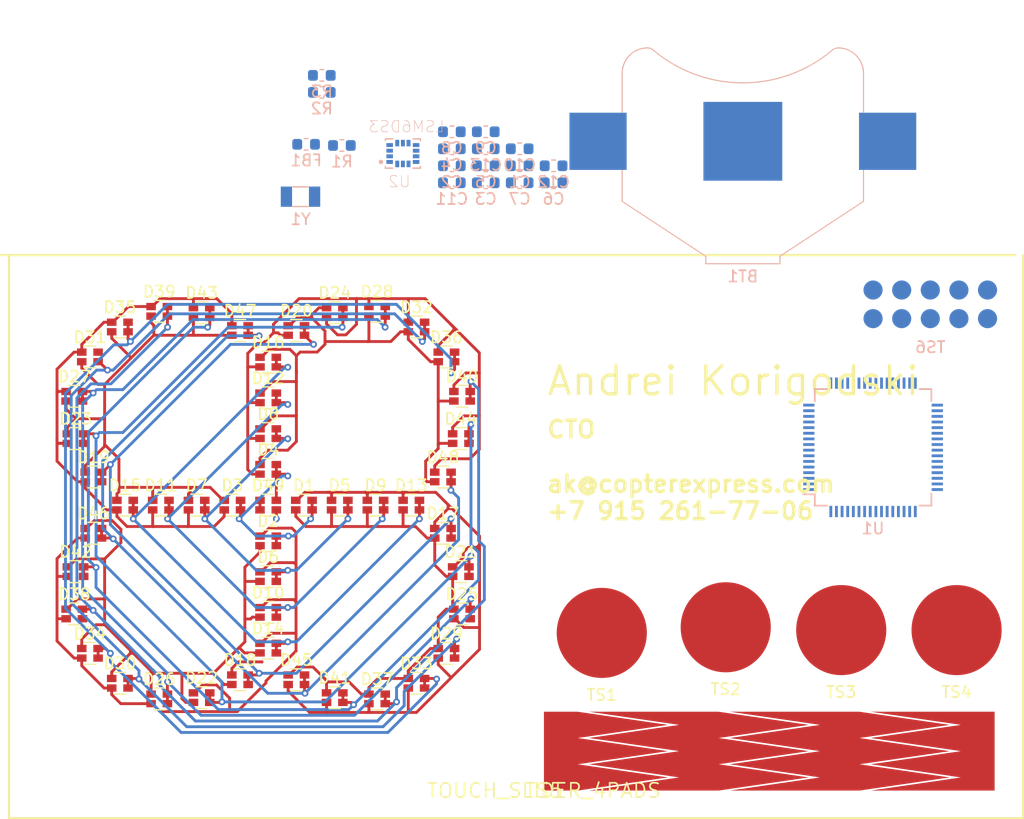
<source format=kicad_pcb>
(kicad_pcb (version 20171130) (host pcbnew 5.0.2+dfsg1-1~bpo9+1)
  (layers (0 F.Cu signal) (31 B.Cu signal) (34 B.Paste user) (35 F.Paste user) (36 B.SilkS user) (37 F.SilkS user) (38 B.Mask user) (39 F.Mask user) (44 Edge.Cuts user))
  (net 0 "")
  (net 1 LED_K0)
  (net 2 LED_K1)
  (net 3 LED_A0)
  (net 4 LED_K3)
  (net 5 LED_K2)
  (net 6 LED_K4)
  (net 7 LED_K5)
  (net 8 LED_K7)
  (net 9 LED_K6)
  (net 10 LED_K8)
  (net 11 LED_A1)
  (net 12 LED_A2)
  (net 13 LED_A3)
  (net 14 LED_A4)
  (net 15 LED_A5)
  (net 16 LED_A6)
  (net 17 LED_A7)
  (net 18 LED_A8)
  (net 19 VDD)
  (net 20 N$2)
  (net 21 MCU_AVDD)
  (net 22 GND)
  (net 23 N$7)
  (net 24 N$6)
  (net 25 N$13)
  (net 26 N$14)
  (net 27 N$5)
  (net 28 N$19)
  (net 29 N$20)
  (net 30 N$16)
  (net 31 N$15)
  (net 32 N$17)
  (net 33 N$18)
  (net 34 N$12)
  (net 35 N$11)
  (net 36 TOUCH_PAD0)
  (net 37 N$1)
  (net 38 TOUCH_PAD1)
  (net 39 TOUCH_PAD2)
  (net 40 TOUCH_PAD3)
  (net 41 N$21)
  (net 42 N$22)
  (net 43 N$23)
  (net 44 N$24)
  (net 45 N$8)
  (net 46 N$10)
  (net 47 N$9)
  (net 48 N$25)
  (net 49 N$26)
  (net 50 LED_K9)
  (net 51 LED_K10)
  (net 52 LED_K11)
  (module footprints:LED_DUAL_0606 (layer F.Cu) (at 96.175 57.2)
    (fp_text reference D1 (at 0 -1.75) (layer F.SilkS))
    (fp_text value LED_Dual_AACC)
    (pad 3 smd rect (at 0.725 -0.425) (size 0.85 0.65) (layers F.Cu F.Paste F.Mask) (net 1 LED_K0))
    (pad 4 smd rect (at 0.725 0.425) (size 0.85 0.65) (layers F.Cu F.Paste F.Mask) (net 1 LED_K0))
    (pad 2 smd rect (at -0.725 0.425) (size 0.85 0.65) (layers F.Cu F.Paste F.Mask) (net 11 LED_A1))
    (pad 1 smd rect (at -0.725 -0.425) (size 0.85 0.65) (layers F.Cu F.Paste F.Mask) (net 3 LED_A0))
  )
  (module footprints:LED_DUAL_0606 (layer F.Cu) (at 93 60.375)
    (fp_text reference D2 (at 0 -1.75) (layer F.SilkS))
    (fp_text value LED_Dual_AACC)
    (pad 3 smd rect (at 0.725 -0.425) (size 0.85 0.65) (layers F.Cu F.Paste F.Mask) (net 1 LED_K0))
    (pad 4 smd rect (at 0.725 0.425) (size 0.85 0.65) (layers F.Cu F.Paste F.Mask) (net 1 LED_K0))
    (pad 2 smd rect (at -0.725 0.425) (size 0.85 0.65) (layers F.Cu F.Paste F.Mask) (net 13 LED_A3))
    (pad 1 smd rect (at -0.725 -0.425) (size 0.85 0.65) (layers F.Cu F.Paste F.Mask) (net 12 LED_A2))
  )
  (module footprints:LED_DUAL_0606 (layer F.Cu) (at 89.825 57.2)
    (fp_text reference D3 (at 0 -1.75) (layer F.SilkS))
    (fp_text value LED_Dual_AACC)
    (pad 3 smd rect (at 0.725 -0.425) (size 0.85 0.65) (layers F.Cu F.Paste F.Mask) (net 1 LED_K0))
    (pad 4 smd rect (at 0.725 0.425) (size 0.85 0.65) (layers F.Cu F.Paste F.Mask) (net 1 LED_K0))
    (pad 2 smd rect (at -0.725 0.425) (size 0.85 0.65) (layers F.Cu F.Paste F.Mask) (net 15 LED_A5))
    (pad 1 smd rect (at -0.725 -0.425) (size 0.85 0.65) (layers F.Cu F.Paste F.Mask) (net 14 LED_A4))
  )
  (module footprints:LED_DUAL_0606 (layer F.Cu) (at 93 54.025)
    (fp_text reference D4 (at 0 -1.75) (layer F.SilkS))
    (fp_text value LED_Dual_AACC)
    (pad 3 smd rect (at 0.725 -0.425) (size 0.85 0.65) (layers F.Cu F.Paste F.Mask) (net 1 LED_K0))
    (pad 4 smd rect (at 0.725 0.425) (size 0.85 0.65) (layers F.Cu F.Paste F.Mask) (net 1 LED_K0))
    (pad 2 smd rect (at -0.725 0.425) (size 0.85 0.65) (layers F.Cu F.Paste F.Mask) (net 17 LED_A7))
    (pad 1 smd rect (at -0.725 -0.425) (size 0.85 0.65) (layers F.Cu F.Paste F.Mask) (net 16 LED_A6))
  )
  (module footprints:LED_DUAL_0606 (layer F.Cu) (at 99.35 57.2)
    (fp_text reference D5 (at 0 -1.75) (layer F.SilkS))
    (fp_text value LED_Dual_AACC)
    (pad 3 smd rect (at 0.725 -0.425) (size 0.85 0.65) (layers F.Cu F.Paste F.Mask) (net 2 LED_K1))
    (pad 4 smd rect (at 0.725 0.425) (size 0.85 0.65) (layers F.Cu F.Paste F.Mask) (net 2 LED_K1))
    (pad 2 smd rect (at -0.725 0.425) (size 0.85 0.65) (layers F.Cu F.Paste F.Mask) (net 11 LED_A1))
    (pad 1 smd rect (at -0.725 -0.425) (size 0.85 0.65) (layers F.Cu F.Paste F.Mask) (net 3 LED_A0))
  )
  (module footprints:LED_DUAL_0606 (layer F.Cu) (at 93 63.55)
    (fp_text reference D6 (at 0 -1.75) (layer F.SilkS))
    (fp_text value LED_Dual_AACC)
    (pad 3 smd rect (at 0.725 -0.425) (size 0.85 0.65) (layers F.Cu F.Paste F.Mask) (net 2 LED_K1))
    (pad 4 smd rect (at 0.725 0.425) (size 0.85 0.65) (layers F.Cu F.Paste F.Mask) (net 2 LED_K1))
    (pad 2 smd rect (at -0.725 0.425) (size 0.85 0.65) (layers F.Cu F.Paste F.Mask) (net 13 LED_A3))
    (pad 1 smd rect (at -0.725 -0.425) (size 0.85 0.65) (layers F.Cu F.Paste F.Mask) (net 12 LED_A2))
  )
  (module footprints:LED_DUAL_0606 (layer F.Cu) (at 86.65 57.2)
    (fp_text reference D7 (at 0 -1.75) (layer F.SilkS))
    (fp_text value LED_Dual_AACC)
    (pad 3 smd rect (at 0.725 -0.425) (size 0.85 0.65) (layers F.Cu F.Paste F.Mask) (net 2 LED_K1))
    (pad 4 smd rect (at 0.725 0.425) (size 0.85 0.65) (layers F.Cu F.Paste F.Mask) (net 2 LED_K1))
    (pad 2 smd rect (at -0.725 0.425) (size 0.85 0.65) (layers F.Cu F.Paste F.Mask) (net 15 LED_A5))
    (pad 1 smd rect (at -0.725 -0.425) (size 0.85 0.65) (layers F.Cu F.Paste F.Mask) (net 14 LED_A4))
  )
  (module footprints:LED_DUAL_0606 (layer F.Cu) (at 93 50.85)
    (fp_text reference D8 (at 0 -1.75) (layer F.SilkS))
    (fp_text value LED_Dual_AACC)
    (pad 3 smd rect (at 0.725 -0.425) (size 0.85 0.65) (layers F.Cu F.Paste F.Mask) (net 2 LED_K1))
    (pad 4 smd rect (at 0.725 0.425) (size 0.85 0.65) (layers F.Cu F.Paste F.Mask) (net 2 LED_K1))
    (pad 2 smd rect (at -0.725 0.425) (size 0.85 0.65) (layers F.Cu F.Paste F.Mask) (net 17 LED_A7))
    (pad 1 smd rect (at -0.725 -0.425) (size 0.85 0.65) (layers F.Cu F.Paste F.Mask) (net 16 LED_A6))
  )
  (module footprints:LED_DUAL_0606 (layer F.Cu) (at 102.525 57.2)
    (fp_text reference D9 (at 0 -1.75) (layer F.SilkS))
    (fp_text value LED_Dual_AACC)
    (pad 3 smd rect (at 0.725 -0.425) (size 0.85 0.65) (layers F.Cu F.Paste F.Mask) (net 5 LED_K2))
    (pad 4 smd rect (at 0.725 0.425) (size 0.85 0.65) (layers F.Cu F.Paste F.Mask) (net 5 LED_K2))
    (pad 2 smd rect (at -0.725 0.425) (size 0.85 0.65) (layers F.Cu F.Paste F.Mask) (net 11 LED_A1))
    (pad 1 smd rect (at -0.725 -0.425) (size 0.85 0.65) (layers F.Cu F.Paste F.Mask) (net 3 LED_A0))
  )
  (module footprints:LED_DUAL_0606 (layer F.Cu) (at 93 66.724999)
    (fp_text reference D10 (at 0 -1.75) (layer F.SilkS))
    (fp_text value LED_Dual_AACC)
    (pad 3 smd rect (at 0.725 -0.425) (size 0.85 0.65) (layers F.Cu F.Paste F.Mask) (net 5 LED_K2))
    (pad 4 smd rect (at 0.725 0.425) (size 0.85 0.65) (layers F.Cu F.Paste F.Mask) (net 5 LED_K2))
    (pad 2 smd rect (at -0.725 0.425) (size 0.85 0.65) (layers F.Cu F.Paste F.Mask) (net 13 LED_A3))
    (pad 1 smd rect (at -0.725 -0.425) (size 0.85 0.65) (layers F.Cu F.Paste F.Mask) (net 12 LED_A2))
  )
  (module footprints:LED_DUAL_0606 (layer F.Cu) (at 83.475 57.2)
    (fp_text reference D11 (at 0 -1.75) (layer F.SilkS))
    (fp_text value LED_Dual_AACC)
    (pad 3 smd rect (at 0.725 -0.425) (size 0.85 0.65) (layers F.Cu F.Paste F.Mask) (net 5 LED_K2))
    (pad 4 smd rect (at 0.725 0.425) (size 0.85 0.65) (layers F.Cu F.Paste F.Mask) (net 5 LED_K2))
    (pad 2 smd rect (at -0.725 0.425) (size 0.85 0.65) (layers F.Cu F.Paste F.Mask) (net 15 LED_A5))
    (pad 1 smd rect (at -0.725 -0.425) (size 0.85 0.65) (layers F.Cu F.Paste F.Mask) (net 14 LED_A4))
  )
  (module footprints:LED_DUAL_0606 (layer F.Cu) (at 93 47.675)
    (fp_text reference D12 (at 0 -1.75) (layer F.SilkS))
    (fp_text value LED_Dual_AACC)
    (pad 3 smd rect (at 0.725 -0.425) (size 0.85 0.65) (layers F.Cu F.Paste F.Mask) (net 5 LED_K2))
    (pad 4 smd rect (at 0.725 0.425) (size 0.85 0.65) (layers F.Cu F.Paste F.Mask) (net 5 LED_K2))
    (pad 2 smd rect (at -0.725 0.425) (size 0.85 0.65) (layers F.Cu F.Paste F.Mask) (net 17 LED_A7))
    (pad 1 smd rect (at -0.725 -0.425) (size 0.85 0.65) (layers F.Cu F.Paste F.Mask) (net 16 LED_A6))
  )
  (module footprints:LED_DUAL_0606 (layer F.Cu) (at 105.7 57.2)
    (fp_text reference D13 (at 0 -1.75) (layer F.SilkS))
    (fp_text value LED_Dual_AACC)
    (pad 3 smd rect (at 0.725 -0.425) (size 0.85 0.65) (layers F.Cu F.Paste F.Mask) (net 4 LED_K3))
    (pad 4 smd rect (at 0.725 0.425) (size 0.85 0.65) (layers F.Cu F.Paste F.Mask) (net 4 LED_K3))
    (pad 2 smd rect (at -0.725 0.425) (size 0.85 0.65) (layers F.Cu F.Paste F.Mask) (net 11 LED_A1))
    (pad 1 smd rect (at -0.725 -0.425) (size 0.85 0.65) (layers F.Cu F.Paste F.Mask) (net 3 LED_A0))
  )
  (module footprints:LED_DUAL_0606 (layer F.Cu) (at 93 69.9)
    (fp_text reference D14 (at 0 -1.75) (layer F.SilkS))
    (fp_text value LED_Dual_AACC)
    (pad 3 smd rect (at 0.725 -0.425) (size 0.85 0.65) (layers F.Cu F.Paste F.Mask) (net 4 LED_K3))
    (pad 4 smd rect (at 0.725 0.425) (size 0.85 0.65) (layers F.Cu F.Paste F.Mask) (net 4 LED_K3))
    (pad 2 smd rect (at -0.725 0.425) (size 0.85 0.65) (layers F.Cu F.Paste F.Mask) (net 13 LED_A3))
    (pad 1 smd rect (at -0.725 -0.425) (size 0.85 0.65) (layers F.Cu F.Paste F.Mask) (net 12 LED_A2))
  )
  (module footprints:LED_DUAL_0606 (layer F.Cu) (at 80.3 57.2)
    (fp_text reference D15 (at 0 -1.75) (layer F.SilkS))
    (fp_text value LED_Dual_AACC)
    (pad 3 smd rect (at 0.725 -0.425) (size 0.85 0.65) (layers F.Cu F.Paste F.Mask) (net 4 LED_K3))
    (pad 4 smd rect (at 0.725 0.425) (size 0.85 0.65) (layers F.Cu F.Paste F.Mask) (net 4 LED_K3))
    (pad 2 smd rect (at -0.725 0.425) (size 0.85 0.65) (layers F.Cu F.Paste F.Mask) (net 15 LED_A5))
    (pad 1 smd rect (at -0.725 -0.425) (size 0.85 0.65) (layers F.Cu F.Paste F.Mask) (net 14 LED_A4))
  )
  (module footprints:LED_DUAL_0606 (layer F.Cu) (at 93 44.5)
    (fp_text reference D16 (at 0 -1.75) (layer F.SilkS))
    (fp_text value LED_Dual_AACC)
    (pad 3 smd rect (at 0.725 -0.425) (size 0.85 0.65) (layers F.Cu F.Paste F.Mask) (net 4 LED_K3))
    (pad 4 smd rect (at 0.725 0.425) (size 0.85 0.65) (layers F.Cu F.Paste F.Mask) (net 4 LED_K3))
    (pad 2 smd rect (at -0.725 0.425) (size 0.85 0.65) (layers F.Cu F.Paste F.Mask) (net 17 LED_A7))
    (pad 1 smd rect (at -0.725 -0.425) (size 0.85 0.65) (layers F.Cu F.Paste F.Mask) (net 16 LED_A6))
  )
  (module footprints:LED_DUAL_0606 (layer F.Cu) (at 108.508852 59.699666)
    (fp_text reference D17 (at 0 -1.75) (layer F.SilkS))
    (fp_text value LED_Dual_AACC)
    (pad 3 smd rect (at 0.725 -0.425) (size 0.85 0.65) (layers F.Cu F.Paste F.Mask) (net 6 LED_K4))
    (pad 4 smd rect (at 0.725 0.425) (size 0.85 0.65) (layers F.Cu F.Paste F.Mask) (net 6 LED_K4))
    (pad 2 smd rect (at -0.725 0.425) (size 0.85 0.65) (layers F.Cu F.Paste F.Mask) (net 11 LED_A1))
    (pad 1 smd rect (at -0.725 -0.425) (size 0.85 0.65) (layers F.Cu F.Paste F.Mask) (net 3 LED_A0))
  )
  (module footprints:LED_DUAL_0606 (layer F.Cu) (at 90.500333 72.708852)
    (fp_text reference D18 (at 0 -1.75) (layer F.SilkS))
    (fp_text value LED_Dual_AACC)
    (pad 3 smd rect (at 0.725 -0.425) (size 0.85 0.65) (layers F.Cu F.Paste F.Mask) (net 6 LED_K4))
    (pad 4 smd rect (at 0.725 0.425) (size 0.85 0.65) (layers F.Cu F.Paste F.Mask) (net 6 LED_K4))
    (pad 2 smd rect (at -0.725 0.425) (size 0.85 0.65) (layers F.Cu F.Paste F.Mask) (net 13 LED_A3))
    (pad 1 smd rect (at -0.725 -0.425) (size 0.85 0.65) (layers F.Cu F.Paste F.Mask) (net 12 LED_A2))
  )
  (module footprints:LED_DUAL_0606 (layer F.Cu) (at 77.491147 54.700333)
    (fp_text reference D19 (at 0 -1.75) (layer F.SilkS))
    (fp_text value LED_Dual_AACC)
    (pad 3 smd rect (at 0.725 -0.425) (size 0.85 0.65) (layers F.Cu F.Paste F.Mask) (net 6 LED_K4))
    (pad 4 smd rect (at 0.725 0.425) (size 0.85 0.65) (layers F.Cu F.Paste F.Mask) (net 6 LED_K4))
    (pad 2 smd rect (at -0.725 0.425) (size 0.85 0.65) (layers F.Cu F.Paste F.Mask) (net 15 LED_A5))
    (pad 1 smd rect (at -0.725 -0.425) (size 0.85 0.65) (layers F.Cu F.Paste F.Mask) (net 14 LED_A4))
  )
  (module footprints:LED_DUAL_0606 (layer F.Cu) (at 95.499666 41.691147)
    (fp_text reference D20 (at 0 -1.75) (layer F.SilkS))
    (fp_text value LED_Dual_AACC)
    (pad 3 smd rect (at 0.725 -0.425) (size 0.85 0.65) (layers F.Cu F.Paste F.Mask) (net 6 LED_K4))
    (pad 4 smd rect (at 0.725 0.425) (size 0.85 0.65) (layers F.Cu F.Paste F.Mask) (net 6 LED_K4))
    (pad 2 smd rect (at -0.725 0.425) (size 0.85 0.65) (layers F.Cu F.Paste F.Mask) (net 17 LED_A7))
    (pad 1 smd rect (at -0.725 -0.425) (size 0.85 0.65) (layers F.Cu F.Paste F.Mask) (net 16 LED_A6))
  )
  (module footprints:LED_DUAL_0606 (layer F.Cu) (at 110.097919 63.107431)
    (fp_text reference D21 (at 0 -1.75) (layer F.SilkS))
    (fp_text value LED_Dual_AACC)
    (pad 3 smd rect (at 0.725 -0.425) (size 0.85 0.65) (layers F.Cu F.Paste F.Mask) (net 7 LED_K5))
    (pad 4 smd rect (at 0.725 0.425) (size 0.85 0.65) (layers F.Cu F.Paste F.Mask) (net 7 LED_K5))
    (pad 2 smd rect (at -0.725 0.425) (size 0.85 0.65) (layers F.Cu F.Paste F.Mask) (net 11 LED_A1))
    (pad 1 smd rect (at -0.725 -0.425) (size 0.85 0.65) (layers F.Cu F.Paste F.Mask) (net 3 LED_A0))
  )
  (module footprints:LED_DUAL_0606 (layer F.Cu) (at 87.092568 74.297919)
    (fp_text reference D22 (at 0 -1.75) (layer F.SilkS))
    (fp_text value LED_Dual_AACC)
    (pad 3 smd rect (at 0.725 -0.425) (size 0.85 0.65) (layers F.Cu F.Paste F.Mask) (net 7 LED_K5))
    (pad 4 smd rect (at 0.725 0.425) (size 0.85 0.65) (layers F.Cu F.Paste F.Mask) (net 7 LED_K5))
    (pad 2 smd rect (at -0.725 0.425) (size 0.85 0.65) (layers F.Cu F.Paste F.Mask) (net 13 LED_A3))
    (pad 1 smd rect (at -0.725 -0.425) (size 0.85 0.65) (layers F.Cu F.Paste F.Mask) (net 12 LED_A2))
  )
  (module footprints:LED_DUAL_0606 (layer F.Cu) (at 75.90208 51.292568)
    (fp_text reference D23 (at 0 -1.75) (layer F.SilkS))
    (fp_text value LED_Dual_AACC)
    (pad 3 smd rect (at 0.725 -0.425) (size 0.85 0.65) (layers F.Cu F.Paste F.Mask) (net 7 LED_K5))
    (pad 4 smd rect (at 0.725 0.425) (size 0.85 0.65) (layers F.Cu F.Paste F.Mask) (net 7 LED_K5))
    (pad 2 smd rect (at -0.725 0.425) (size 0.85 0.65) (layers F.Cu F.Paste F.Mask) (net 15 LED_A5))
    (pad 1 smd rect (at -0.725 -0.425) (size 0.85 0.65) (layers F.Cu F.Paste F.Mask) (net 14 LED_A4))
  )
  (module footprints:LED_DUAL_0606 (layer F.Cu) (at 98.907431 40.10208)
    (fp_text reference D24 (at 0 -1.75) (layer F.SilkS))
    (fp_text value LED_Dual_AACC)
    (pad 3 smd rect (at 0.725 -0.425) (size 0.85 0.65) (layers F.Cu F.Paste F.Mask) (net 7 LED_K5))
    (pad 4 smd rect (at 0.725 0.425) (size 0.85 0.65) (layers F.Cu F.Paste F.Mask) (net 7 LED_K5))
    (pad 2 smd rect (at -0.725 0.425) (size 0.85 0.65) (layers F.Cu F.Paste F.Mask) (net 17 LED_A7))
    (pad 1 smd rect (at -0.725 -0.425) (size 0.85 0.65) (layers F.Cu F.Paste F.Mask) (net 16 LED_A6))
  )
  (module footprints:LED_DUAL_0606 (layer F.Cu) (at 110.207279 66.865892)
    (fp_text reference D25 (at 0 -1.75) (layer F.SilkS))
    (fp_text value LED_Dual_AACC)
    (pad 3 smd rect (at 0.725 -0.425) (size 0.85 0.65) (layers F.Cu F.Paste F.Mask) (net 9 LED_K6))
    (pad 4 smd rect (at 0.725 0.425) (size 0.85 0.65) (layers F.Cu F.Paste F.Mask) (net 9 LED_K6))
    (pad 2 smd rect (at -0.725 0.425) (size 0.85 0.65) (layers F.Cu F.Paste F.Mask) (net 3 LED_A0))
    (pad 1 smd rect (at -0.725 -0.425) (size 0.85 0.65) (layers F.Cu F.Paste F.Mask) (net 11 LED_A1))
  )
  (module footprints:LED_DUAL_0606 (layer F.Cu) (at 83.334107 74.407279)
    (fp_text reference D26 (at 0 -1.75) (layer F.SilkS))
    (fp_text value LED_Dual_AACC)
    (pad 3 smd rect (at 0.725 -0.425) (size 0.85 0.65) (layers F.Cu F.Paste F.Mask) (net 9 LED_K6))
    (pad 4 smd rect (at 0.725 0.425) (size 0.85 0.65) (layers F.Cu F.Paste F.Mask) (net 9 LED_K6))
    (pad 2 smd rect (at -0.725 0.425) (size 0.85 0.65) (layers F.Cu F.Paste F.Mask) (net 12 LED_A2))
    (pad 1 smd rect (at -0.725 -0.425) (size 0.85 0.65) (layers F.Cu F.Paste F.Mask) (net 13 LED_A3))
  )
  (module footprints:LED_DUAL_0606 (layer F.Cu) (at 75.79272 47.534107)
    (fp_text reference D27 (at 0 -1.75) (layer F.SilkS))
    (fp_text value LED_Dual_AACC)
    (pad 3 smd rect (at 0.725 -0.425) (size 0.85 0.65) (layers F.Cu F.Paste F.Mask) (net 9 LED_K6))
    (pad 4 smd rect (at 0.725 0.425) (size 0.85 0.65) (layers F.Cu F.Paste F.Mask) (net 9 LED_K6))
    (pad 2 smd rect (at -0.725 0.425) (size 0.85 0.65) (layers F.Cu F.Paste F.Mask) (net 14 LED_A4))
    (pad 1 smd rect (at -0.725 -0.425) (size 0.85 0.65) (layers F.Cu F.Paste F.Mask) (net 15 LED_A5))
  )
  (module footprints:LED_DUAL_0606 (layer F.Cu) (at 102.665892 39.99272)
    (fp_text reference D28 (at 0 -1.75) (layer F.SilkS))
    (fp_text value LED_Dual_AACC)
    (pad 3 smd rect (at 0.725 -0.425) (size 0.85 0.65) (layers F.Cu F.Paste F.Mask) (net 9 LED_K6))
    (pad 4 smd rect (at 0.725 0.425) (size 0.85 0.65) (layers F.Cu F.Paste F.Mask) (net 9 LED_K6))
    (pad 2 smd rect (at -0.725 0.425) (size 0.85 0.65) (layers F.Cu F.Paste F.Mask) (net 16 LED_A6))
    (pad 1 smd rect (at -0.725 -0.425) (size 0.85 0.65) (layers F.Cu F.Paste F.Mask) (net 17 LED_A7))
  )
  (module footprints:LED_DUAL_0606 (layer F.Cu) (at 108.819045 70.360287)
    (fp_text reference D29 (at 0 -1.75) (layer F.SilkS))
    (fp_text value LED_Dual_AACC)
    (pad 3 smd rect (at 0.725 -0.425) (size 0.85 0.65) (layers F.Cu F.Paste F.Mask) (net 8 LED_K7))
    (pad 4 smd rect (at 0.725 0.425) (size 0.85 0.65) (layers F.Cu F.Paste F.Mask) (net 8 LED_K7))
    (pad 2 smd rect (at -0.725 0.425) (size 0.85 0.65) (layers F.Cu F.Paste F.Mask) (net 3 LED_A0))
    (pad 1 smd rect (at -0.725 -0.425) (size 0.85 0.65) (layers F.Cu F.Paste F.Mask) (net 11 LED_A1))
  )
  (module footprints:LED_DUAL_0606 (layer F.Cu) (at 79.839712 73.019045)
    (fp_text reference D30 (at 0 -1.75) (layer F.SilkS))
    (fp_text value LED_Dual_AACC)
    (pad 3 smd rect (at 0.725 -0.425) (size 0.85 0.65) (layers F.Cu F.Paste F.Mask) (net 8 LED_K7))
    (pad 4 smd rect (at 0.725 0.425) (size 0.85 0.65) (layers F.Cu F.Paste F.Mask) (net 8 LED_K7))
    (pad 2 smd rect (at -0.725 0.425) (size 0.85 0.65) (layers F.Cu F.Paste F.Mask) (net 12 LED_A2))
    (pad 1 smd rect (at -0.725 -0.425) (size 0.85 0.65) (layers F.Cu F.Paste F.Mask) (net 13 LED_A3))
  )
  (module footprints:LED_DUAL_0606 (layer F.Cu) (at 77.180954 44.039712)
    (fp_text reference D31 (at 0 -1.75) (layer F.SilkS))
    (fp_text value LED_Dual_AACC)
    (pad 3 smd rect (at 0.725 -0.425) (size 0.85 0.65) (layers F.Cu F.Paste F.Mask) (net 8 LED_K7))
    (pad 4 smd rect (at 0.725 0.425) (size 0.85 0.65) (layers F.Cu F.Paste F.Mask) (net 8 LED_K7))
    (pad 2 smd rect (at -0.725 0.425) (size 0.85 0.65) (layers F.Cu F.Paste F.Mask) (net 14 LED_A4))
    (pad 1 smd rect (at -0.725 -0.425) (size 0.85 0.65) (layers F.Cu F.Paste F.Mask) (net 15 LED_A5))
  )
  (module footprints:LED_DUAL_0606 (layer F.Cu) (at 106.160287 41.380954)
    (fp_text reference D32 (at 0 -1.75) (layer F.SilkS))
    (fp_text value LED_Dual_AACC)
    (pad 3 smd rect (at 0.725 -0.425) (size 0.85 0.65) (layers F.Cu F.Paste F.Mask) (net 8 LED_K7))
    (pad 4 smd rect (at 0.725 0.425) (size 0.85 0.65) (layers F.Cu F.Paste F.Mask) (net 8 LED_K7))
    (pad 2 smd rect (at -0.725 0.425) (size 0.85 0.65) (layers F.Cu F.Paste F.Mask) (net 16 LED_A6))
    (pad 1 smd rect (at -0.725 -0.425) (size 0.85 0.65) (layers F.Cu F.Paste F.Mask) (net 17 LED_A7))
  )
  (module footprints:LED_DUAL_0606 (layer F.Cu) (at 106.160287 73.019045)
    (fp_text reference D33 (at 0 -1.75) (layer F.SilkS))
    (fp_text value LED_Dual_AACC)
    (pad 3 smd rect (at 0.725 -0.425) (size 0.85 0.65) (layers F.Cu F.Paste F.Mask) (net 10 LED_K8))
    (pad 4 smd rect (at 0.725 0.425) (size 0.85 0.65) (layers F.Cu F.Paste F.Mask) (net 10 LED_K8))
    (pad 2 smd rect (at -0.725 0.425) (size 0.85 0.65) (layers F.Cu F.Paste F.Mask) (net 3 LED_A0))
    (pad 1 smd rect (at -0.725 -0.425) (size 0.85 0.65) (layers F.Cu F.Paste F.Mask) (net 11 LED_A1))
  )
  (module footprints:LED_DUAL_0606 (layer F.Cu) (at 77.180954 70.360287)
    (fp_text reference D34 (at 0 -1.75) (layer F.SilkS))
    (fp_text value LED_Dual_AACC)
    (pad 3 smd rect (at 0.725 -0.425) (size 0.85 0.65) (layers F.Cu F.Paste F.Mask) (net 10 LED_K8))
    (pad 4 smd rect (at 0.725 0.425) (size 0.85 0.65) (layers F.Cu F.Paste F.Mask) (net 10 LED_K8))
    (pad 2 smd rect (at -0.725 0.425) (size 0.85 0.65) (layers F.Cu F.Paste F.Mask) (net 12 LED_A2))
    (pad 1 smd rect (at -0.725 -0.425) (size 0.85 0.65) (layers F.Cu F.Paste F.Mask) (net 13 LED_A3))
  )
  (module footprints:LED_DUAL_0606 (layer F.Cu) (at 79.839712 41.380954)
    (fp_text reference D35 (at 0 -1.75) (layer F.SilkS))
    (fp_text value LED_Dual_AACC)
    (pad 3 smd rect (at 0.725 -0.425) (size 0.85 0.65) (layers F.Cu F.Paste F.Mask) (net 10 LED_K8))
    (pad 4 smd rect (at 0.725 0.425) (size 0.85 0.65) (layers F.Cu F.Paste F.Mask) (net 10 LED_K8))
    (pad 2 smd rect (at -0.725 0.425) (size 0.85 0.65) (layers F.Cu F.Paste F.Mask) (net 14 LED_A4))
    (pad 1 smd rect (at -0.725 -0.425) (size 0.85 0.65) (layers F.Cu F.Paste F.Mask) (net 15 LED_A5))
  )
  (module footprints:LED_DUAL_0606 (layer F.Cu) (at 108.819045 44.039712)
    (fp_text reference D36 (at 0 -1.75) (layer F.SilkS))
    (fp_text value LED_Dual_AACC)
    (pad 3 smd rect (at 0.725 -0.425) (size 0.85 0.65) (layers F.Cu F.Paste F.Mask) (net 10 LED_K8))
    (pad 4 smd rect (at 0.725 0.425) (size 0.85 0.65) (layers F.Cu F.Paste F.Mask) (net 10 LED_K8))
    (pad 2 smd rect (at -0.725 0.425) (size 0.85 0.65) (layers F.Cu F.Paste F.Mask) (net 16 LED_A6))
    (pad 1 smd rect (at -0.725 -0.425) (size 0.85 0.65) (layers F.Cu F.Paste F.Mask) (net 17 LED_A7))
  )
  (module footprints:LED_DUAL_0606 (layer F.Cu) (at 102.665892 74.407279)
    (fp_text reference D37 (at 0 -1.75) (layer F.SilkS))
    (fp_text value LED_Dual_AACC)
    (pad 3 smd rect (at 0.725 -0.425) (size 0.85 0.65) (layers F.Cu F.Paste F.Mask) (net 50 LED_K9))
    (pad 4 smd rect (at 0.725 0.425) (size 0.85 0.65) (layers F.Cu F.Paste F.Mask) (net 50 LED_K9))
    (pad 2 smd rect (at -0.725 0.425) (size 0.85 0.65) (layers F.Cu F.Paste F.Mask) (net 3 LED_A0))
    (pad 1 smd rect (at -0.725 -0.425) (size 0.85 0.65) (layers F.Cu F.Paste F.Mask) (net 11 LED_A1))
  )
  (module footprints:LED_DUAL_0606 (layer F.Cu) (at 75.79272 66.865892)
    (fp_text reference D38 (at 0 -1.75) (layer F.SilkS))
    (fp_text value LED_Dual_AACC)
    (pad 3 smd rect (at 0.725 -0.425) (size 0.85 0.65) (layers F.Cu F.Paste F.Mask) (net 50 LED_K9))
    (pad 4 smd rect (at 0.725 0.425) (size 0.85 0.65) (layers F.Cu F.Paste F.Mask) (net 50 LED_K9))
    (pad 2 smd rect (at -0.725 0.425) (size 0.85 0.65) (layers F.Cu F.Paste F.Mask) (net 12 LED_A2))
    (pad 1 smd rect (at -0.725 -0.425) (size 0.85 0.65) (layers F.Cu F.Paste F.Mask) (net 13 LED_A3))
  )
  (module footprints:LED_DUAL_0606 (layer F.Cu) (at 83.334107 39.99272)
    (fp_text reference D39 (at 0 -1.75) (layer F.SilkS))
    (fp_text value LED_Dual_AACC)
    (pad 3 smd rect (at 0.725 -0.425) (size 0.85 0.65) (layers F.Cu F.Paste F.Mask) (net 50 LED_K9))
    (pad 4 smd rect (at 0.725 0.425) (size 0.85 0.65) (layers F.Cu F.Paste F.Mask) (net 50 LED_K9))
    (pad 2 smd rect (at -0.725 0.425) (size 0.85 0.65) (layers F.Cu F.Paste F.Mask) (net 14 LED_A4))
    (pad 1 smd rect (at -0.725 -0.425) (size 0.85 0.65) (layers F.Cu F.Paste F.Mask) (net 15 LED_A5))
  )
  (module footprints:LED_DUAL_0606 (layer F.Cu) (at 110.207279 47.534107)
    (fp_text reference D40 (at 0 -1.75) (layer F.SilkS))
    (fp_text value LED_Dual_AACC)
    (pad 3 smd rect (at 0.725 -0.425) (size 0.85 0.65) (layers F.Cu F.Paste F.Mask) (net 50 LED_K9))
    (pad 4 smd rect (at 0.725 0.425) (size 0.85 0.65) (layers F.Cu F.Paste F.Mask) (net 50 LED_K9))
    (pad 2 smd rect (at -0.725 0.425) (size 0.85 0.65) (layers F.Cu F.Paste F.Mask) (net 16 LED_A6))
    (pad 1 smd rect (at -0.725 -0.425) (size 0.85 0.65) (layers F.Cu F.Paste F.Mask) (net 17 LED_A7))
  )
  (module footprints:LED_DUAL_0606 (layer F.Cu) (at 98.907431 74.297919)
    (fp_text reference D41 (at 0 -1.75) (layer F.SilkS))
    (fp_text value LED_Dual_AACC)
    (pad 3 smd rect (at 0.725 -0.425) (size 0.85 0.65) (layers F.Cu F.Paste F.Mask) (net 51 LED_K10))
    (pad 4 smd rect (at 0.725 0.425) (size 0.85 0.65) (layers F.Cu F.Paste F.Mask) (net 51 LED_K10))
    (pad 2 smd rect (at -0.725 0.425) (size 0.85 0.65) (layers F.Cu F.Paste F.Mask) (net 3 LED_A0))
    (pad 1 smd rect (at -0.725 -0.425) (size 0.85 0.65) (layers F.Cu F.Paste F.Mask) (net 11 LED_A1))
  )
  (module footprints:LED_DUAL_0606 (layer F.Cu) (at 75.90208 63.107431)
    (fp_text reference D42 (at 0 -1.75) (layer F.SilkS))
    (fp_text value LED_Dual_AACC)
    (pad 3 smd rect (at 0.725 -0.425) (size 0.85 0.65) (layers F.Cu F.Paste F.Mask) (net 51 LED_K10))
    (pad 4 smd rect (at 0.725 0.425) (size 0.85 0.65) (layers F.Cu F.Paste F.Mask) (net 51 LED_K10))
    (pad 2 smd rect (at -0.725 0.425) (size 0.85 0.65) (layers F.Cu F.Paste F.Mask) (net 12 LED_A2))
    (pad 1 smd rect (at -0.725 -0.425) (size 0.85 0.65) (layers F.Cu F.Paste F.Mask) (net 13 LED_A3))
  )
  (module footprints:LED_DUAL_0606 (layer F.Cu) (at 87.092568 40.10208)
    (fp_text reference D43 (at 0 -1.75) (layer F.SilkS))
    (fp_text value LED_Dual_AACC)
    (pad 3 smd rect (at 0.725 -0.425) (size 0.85 0.65) (layers F.Cu F.Paste F.Mask) (net 51 LED_K10))
    (pad 4 smd rect (at 0.725 0.425) (size 0.85 0.65) (layers F.Cu F.Paste F.Mask) (net 51 LED_K10))
    (pad 2 smd rect (at -0.725 0.425) (size 0.85 0.65) (layers F.Cu F.Paste F.Mask) (net 14 LED_A4))
    (pad 1 smd rect (at -0.725 -0.425) (size 0.85 0.65) (layers F.Cu F.Paste F.Mask) (net 15 LED_A5))
  )
  (module footprints:LED_DUAL_0606 (layer F.Cu) (at 110.097919 51.292568)
    (fp_text reference D44 (at 0 -1.75) (layer F.SilkS))
    (fp_text value LED_Dual_AACC)
    (pad 3 smd rect (at 0.725 -0.425) (size 0.85 0.65) (layers F.Cu F.Paste F.Mask) (net 51 LED_K10))
    (pad 4 smd rect (at 0.725 0.425) (size 0.85 0.65) (layers F.Cu F.Paste F.Mask) (net 51 LED_K10))
    (pad 2 smd rect (at -0.725 0.425) (size 0.85 0.65) (layers F.Cu F.Paste F.Mask) (net 16 LED_A6))
    (pad 1 smd rect (at -0.725 -0.425) (size 0.85 0.65) (layers F.Cu F.Paste F.Mask) (net 17 LED_A7))
  )
  (module footprints:LED_DUAL_0606 (layer F.Cu) (at 95.499666 72.708852)
    (fp_text reference D45 (at 0 -1.75) (layer F.SilkS))
    (fp_text value LED_Dual_AACC)
    (pad 3 smd rect (at 0.725 -0.425) (size 0.85 0.65) (layers F.Cu F.Paste F.Mask) (net 52 LED_K11))
    (pad 4 smd rect (at 0.725 0.425) (size 0.85 0.65) (layers F.Cu F.Paste F.Mask) (net 52 LED_K11))
    (pad 2 smd rect (at -0.725 0.425) (size 0.85 0.65) (layers F.Cu F.Paste F.Mask) (net 3 LED_A0))
    (pad 1 smd rect (at -0.725 -0.425) (size 0.85 0.65) (layers F.Cu F.Paste F.Mask) (net 11 LED_A1))
  )
  (module footprints:LED_DUAL_0606 (layer F.Cu) (at 77.491147 59.699666)
    (fp_text reference D46 (at 0 -1.75) (layer F.SilkS))
    (fp_text value LED_Dual_AACC)
    (pad 3 smd rect (at 0.725 -0.425) (size 0.85 0.65) (layers F.Cu F.Paste F.Mask) (net 52 LED_K11))
    (pad 4 smd rect (at 0.725 0.425) (size 0.85 0.65) (layers F.Cu F.Paste F.Mask) (net 52 LED_K11))
    (pad 2 smd rect (at -0.725 0.425) (size 0.85 0.65) (layers F.Cu F.Paste F.Mask) (net 12 LED_A2))
    (pad 1 smd rect (at -0.725 -0.425) (size 0.85 0.65) (layers F.Cu F.Paste F.Mask) (net 13 LED_A3))
  )
  (module footprints:LED_DUAL_0606 (layer F.Cu) (at 90.500333 41.691147)
    (fp_text reference D47 (at 0 -1.75) (layer F.SilkS))
    (fp_text value LED_Dual_AACC)
    (pad 3 smd rect (at 0.725 -0.425) (size 0.85 0.65) (layers F.Cu F.Paste F.Mask) (net 52 LED_K11))
    (pad 4 smd rect (at 0.725 0.425) (size 0.85 0.65) (layers F.Cu F.Paste F.Mask) (net 52 LED_K11))
    (pad 2 smd rect (at -0.725 0.425) (size 0.85 0.65) (layers F.Cu F.Paste F.Mask) (net 14 LED_A4))
    (pad 1 smd rect (at -0.725 -0.425) (size 0.85 0.65) (layers F.Cu F.Paste F.Mask) (net 15 LED_A5))
  )
  (module footprints:LED_DUAL_0606 (layer F.Cu) (at 108.508852 54.700333)
    (fp_text reference D48 (at 0 -1.75) (layer F.SilkS))
    (fp_text value LED_Dual_AACC)
    (pad 3 smd rect (at 0.725 -0.425) (size 0.85 0.65) (layers F.Cu F.Paste F.Mask) (net 52 LED_K11))
    (pad 4 smd rect (at 0.725 0.425) (size 0.85 0.65) (layers F.Cu F.Paste F.Mask) (net 52 LED_K11))
    (pad 2 smd rect (at -0.725 0.425) (size 0.85 0.65) (layers F.Cu F.Paste F.Mask) (net 16 LED_A6))
    (pad 1 smd rect (at -0.725 -0.425) (size 0.85 0.65) (layers F.Cu F.Paste F.Mask) (net 17 LED_A7))
  )
  (module footprints:LED_DUAL_0606 (layer F.Cu) (at 93 57.2)
    (fp_text reference D49 (at 0 -1.75) (layer F.SilkS))
    (fp_text value LED_Dual_AACC)
    (pad 3 smd rect (at 0.725 -0.425) (size 0.85 0.65) (layers F.Cu F.Paste F.Mask) (net 1 LED_K0))
    (pad 4 smd rect (at 0.725 0.425) (size 0.85 0.65) (layers F.Cu F.Paste F.Mask) (net 2 LED_K1))
    (pad 2 smd rect (at -0.725 0.425) (size 0.85 0.65) (layers F.Cu F.Paste F.Mask) (net 18 LED_A8))
    (pad 1 smd rect (at -0.725 -0.425) (size 0.85 0.65) (layers F.Cu F.Paste F.Mask) (net 18 LED_A8))
  )
  (module Inductor_SMD:L_0603_1608Metric (layer B.Cu) (at 96.3675 25.161291)
    (fp_text reference FB1 (at 0 1.43) (layer B.SilkS) (effects (justify mirror)))
    (fp_text value Ferrite_Bead_Small)
    (pad 2 smd roundrect (at 0.7875 0) (size 0.875 0.95) (layers B.Cu B.Paste B.Mask) (net 20 N$2))
    (pad 1 smd roundrect (at -0.7875 0) (size 0.875 0.95) (layers B.Cu B.Paste B.Mask) (net 19 VDD))
  )
  (module Resistor_SMD:R_0603_1608Metric (layer B.Cu) (at 99.5425 25.261291)
    (fp_text reference R1 (at 0 1.43) (layer B.SilkS) (effects (justify mirror)))
    (fp_text value 1)
    (pad 2 smd roundrect (at 0.7875 0) (size 0.875 0.95) (layers B.Cu B.Paste B.Mask) (net 21 MCU_AVDD))
    (pad 1 smd roundrect (at -0.7875 0) (size 0.875 0.95) (layers B.Cu B.Paste B.Mask) (net 20 N$2))
  )
  (module Package_QFP:LQFP-64_10x10mm_P0.5mm (layer B.Cu) (at 146.685 52.07)
    (fp_text reference U1 (at 0 7.2) (layer B.SilkS) (effects (justify mirror)))
    (fp_text value EFM32LG232F64)
    (pad 64 smd rect (at -3.75 5.7 270) (size 1 0.25) (layers B.Cu B.Paste B.Mask) (net 52 LED_K11))
    (pad 63 smd rect (at -3.25 5.7 270) (size 1 0.25) (layers B.Cu B.Paste B.Mask) (net 51 LED_K10))
    (pad 62 smd rect (at -2.75 5.7 270) (size 1 0.25) (layers B.Cu B.Paste B.Mask) (net 50 LED_K9))
    (pad 61 smd rect (at -2.25 5.7 270) (size 1 0.25) (layers B.Cu B.Paste B.Mask) (net 10 LED_K8))
    (pad 60 smd rect (at -1.75 5.7 270) (size 1 0.25) (layers B.Cu B.Paste B.Mask) (net 8 LED_K7))
    (pad 59 smd rect (at -1.25 5.7 270) (size 1 0.25) (layers B.Cu B.Paste B.Mask) (net 9 LED_K6))
    (pad 58 smd rect (at -0.75 5.7 270) (size 1 0.25) (layers B.Cu B.Paste B.Mask) (net 7 LED_K5))
    (pad 57 smd rect (at -0.25 5.7 270) (size 1 0.25) (layers B.Cu B.Paste B.Mask) (net 6 LED_K4))
    (pad 56 smd rect (at 0.25 5.7 270) (size 1 0.25) (layers B.Cu B.Paste B.Mask) (net 22 GND))
    (pad 55 smd rect (at 0.75 5.7 270) (size 1 0.25) (layers B.Cu B.Paste B.Mask) (net 19 VDD))
    (pad 54 smd rect (at 1.25 5.7 270) (size 1 0.25) (layers B.Cu B.Paste B.Mask) (net 4 LED_K3))
    (pad 53 smd rect (at 1.75 5.7 270) (size 1 0.25) (layers B.Cu B.Paste B.Mask) (net 5 LED_K2))
    (pad 52 smd rect (at 2.25 5.7 270) (size 1 0.25) (layers B.Cu B.Paste B.Mask) (net 2 LED_K1))
    (pad 51 smd rect (at 2.75 5.7 270) (size 1 0.25) (layers B.Cu B.Paste B.Mask) (net 1 LED_K0))
    (pad 50 smd rect (at 3.25 5.7 270) (size 1 0.25) (layers B.Cu B.Paste B.Mask) (net 47 N$9))
    (pad 49 smd rect (at 3.75 5.7 270) (size 1 0.25) (layers B.Cu B.Paste B.Mask) (net 46 N$10))
    (pad 48 smd rect (at 5.7 3.75) (size 1 0.25) (layers B.Cu B.Paste B.Mask) (net 45 N$8))
    (pad 47 smd rect (at 5.7 3.25) (size 1 0.25) (layers B.Cu B.Paste B.Mask) (net 44 N$24))
    (pad 46 smd rect (at 5.7 2.75) (size 1 0.25) (layers B.Cu B.Paste B.Mask) (net 43 N$23))
    (pad 45 smd rect (at 5.7 2.25) (size 1 0.25) (layers B.Cu B.Paste B.Mask) (net 42 N$22))
    (pad 44 smd rect (at 5.7 1.75) (size 1 0.25) (layers B.Cu B.Paste B.Mask) (net 41 N$21))
    (pad 43 smd rect (at 5.7 1.25) (size 1 0.25) (layers B.Cu B.Paste B.Mask) (net 40 TOUCH_PAD3))
    (pad 42 smd rect (at 5.7 0.75) (size 1 0.25) (layers B.Cu B.Paste B.Mask) (net 39 TOUCH_PAD2))
    (pad 41 smd rect (at 5.7 0.25) (size 1 0.25) (layers B.Cu B.Paste B.Mask) (net 38 TOUCH_PAD1))
    (pad 40 smd rect (at 5.7 -0.25) (size 1 0.25) (layers B.Cu B.Paste B.Mask) (net 37 N$1))
    (pad 39 smd rect (at 5.7 -0.75) (size 1 0.25) (layers B.Cu B.Paste B.Mask) (net 19 VDD))
    (pad 38 smd rect (at 5.7 -1.25) (size 1 0.25) (layers B.Cu B.Paste B.Mask) (net 22 GND))
    (pad 37 smd rect (at 5.7 -1.75) (size 1 0.25) (layers B.Cu B.Paste B.Mask) (net 36 TOUCH_PAD0))
    (pad 36 smd rect (at 5.7 -2.25) (size 1 0.25) (layers B.Cu B.Paste B.Mask) (net 22 GND))
    (pad 35 smd rect (at 5.7 -2.75) (size 1 0.25) (layers B.Cu B.Paste B.Mask) (net 35 N$11))
    (pad 34 smd rect (at 5.7 -3.25) (size 1 0.25) (layers B.Cu B.Paste B.Mask) (net 34 N$12))
    (pad 33 smd rect (at 5.7 -3.75) (size 1 0.25) (layers B.Cu B.Paste B.Mask) (net 22 GND))
    (pad 32 smd rect (at 3.75 -5.7 270) (size 1 0.25) (layers B.Cu B.Paste B.Mask) (net 22 GND))
    (pad 31 smd rect (at 3.25 -5.7 270) (size 1 0.25) (layers B.Cu B.Paste B.Mask) (net 33 N$18))
    (pad 30 smd rect (at 2.75 -5.7 270) (size 1 0.25) (layers B.Cu B.Paste B.Mask) (net 32 N$17))
    (pad 29 smd rect (at 2.25 -5.7 270) (size 1 0.25) (layers B.Cu B.Paste B.Mask) (net 31 N$15))
    (pad 28 smd rect (at 1.75 -5.7 270) (size 1 0.25) (layers B.Cu B.Paste B.Mask) (net 30 N$16))
    (pad 27 smd rect (at 1.25 -5.7 270) (size 1 0.25) (layers B.Cu B.Paste B.Mask) (net 21 MCU_AVDD))
    (pad 26 smd rect (at 0.75 -5.7 270) (size 1 0.25) (layers B.Cu B.Paste B.Mask) (net 19 VDD))
    (pad 25 smd rect (at 0.25 -5.7 270) (size 1 0.25) (layers B.Cu B.Paste B.Mask) (net 29 N$20))
    (pad 24 smd rect (at -0.25 -5.7 270) (size 1 0.25) (layers B.Cu B.Paste B.Mask) (net 28 N$19))
    (pad 23 smd rect (at -0.75 -5.7 270) (size 1 0.25) (layers B.Cu B.Paste B.Mask) (net 21 MCU_AVDD))
    (pad 22 smd rect (at -1.25 -5.7 270) (size 1 0.25) (layers B.Cu B.Paste B.Mask) (net 22 GND))
    (pad 21 smd rect (at -1.75 -5.7 270) (size 1 0.25) (layers B.Cu B.Paste B.Mask) (net 22 GND))
    (pad 20 smd rect (at -2.25 -5.7 270) (size 1 0.25) (layers B.Cu B.Paste B.Mask) (net 27 N$5))
    (pad 19 smd rect (at -2.75 -5.7 270) (size 1 0.25) (layers B.Cu B.Paste B.Mask) (net 18 LED_A8))
    (pad 18 smd rect (at -3.25 -5.7 270) (size 1 0.25) (layers B.Cu B.Paste B.Mask) (net 17 LED_A7))
    (pad 17 smd rect (at -3.75 -5.7 270) (size 1 0.25) (layers B.Cu B.Paste B.Mask) (net 16 LED_A6))
    (pad 16 smd rect (at -5.7 -3.75) (size 1 0.25) (layers B.Cu B.Paste B.Mask) (net 26 N$14))
    (pad 15 smd rect (at -5.7 -3.25) (size 1 0.25) (layers B.Cu B.Paste B.Mask) (net 25 N$13))
    (pad 14 smd rect (at -5.7 -2.75) (size 1 0.25) (layers B.Cu B.Paste B.Mask) (net 49 N$26))
    (pad 13 smd rect (at -5.7 -2.25) (size 1 0.25) (layers B.Cu B.Paste B.Mask) (net 48 N$25))
    (pad 12 smd rect (at -5.7 -1.75) (size 1 0.25) (layers B.Cu B.Paste B.Mask) (net 22 GND))
    (pad 11 smd rect (at -5.7 -1.25) (size 1 0.25) (layers B.Cu B.Paste B.Mask) (net 22 GND))
    (pad 10 smd rect (at -5.7 -0.75) (size 1 0.25) (layers B.Cu B.Paste B.Mask) (net 24 N$6))
    (pad 9 smd rect (at -5.7 -0.25) (size 1 0.25) (layers B.Cu B.Paste B.Mask) (net 23 N$7))
    (pad 8 smd rect (at -5.7 0.25) (size 1 0.25) (layers B.Cu B.Paste B.Mask) (net 22 GND))
    (pad 7 smd rect (at -5.7 0.75) (size 1 0.25) (layers B.Cu B.Paste B.Mask) (net 19 VDD))
    (pad 6 smd rect (at -5.7 1.25) (size 1 0.25) (layers B.Cu B.Paste B.Mask) (net 15 LED_A5))
    (pad 5 smd rect (at -5.7 1.75) (size 1 0.25) (layers B.Cu B.Paste B.Mask) (net 14 LED_A4))
    (pad 4 smd rect (at -5.7 2.25) (size 1 0.25) (layers B.Cu B.Paste B.Mask) (net 13 LED_A3))
    (pad 3 smd rect (at -5.7 2.75) (size 1 0.25) (layers B.Cu B.Paste B.Mask) (net 12 LED_A2))
    (pad 2 smd rect (at -5.7 3.25) (size 1 0.25) (layers B.Cu B.Paste B.Mask) (net 11 LED_A1))
    (pad 1 smd rect (at -5.7 3.75) (size 1 0.25) (layers B.Cu B.Paste B.Mask) (net 3 LED_A0))
  )
  (module Crystal:Crystal_SMD_3215-2Pin_3.2x1.5mm (layer B.Cu) (at 95.87 29.81)
    (fp_text reference Y1 (at 0 2) (layer B.SilkS) (effects (justify mirror)))
    (fp_text value 32768Hz)
    (pad 2 smd rect (at -1.25 0) (size 1 1.8) (layers B.Cu B.Paste B.Mask) (net 26 N$14))
    (pad 1 smd rect (at 1.25 0) (size 1 1.8) (layers B.Cu B.Paste B.Mask) (net 25 N$13))
  )
  (module Capacitor_SMD:C_0603_1608Metric (layer B.Cu) (at 115.321371 27.06629)
    (fp_text reference C1 (at 0 1.43) (layer B.SilkS) (effects (justify mirror)))
    (fp_text value 1uF)
    (pad 2 smd roundrect (at 0.7875 0) (size 0.875 0.95) (layers B.Cu B.Paste B.Mask) (net 22 GND))
    (pad 1 smd roundrect (at -0.7875 0) (size 0.875 0.95) (layers B.Cu B.Paste B.Mask) (net 37 N$1))
  )
  (module Capacitor_SMD:C_0603_1608Metric (layer B.Cu) (at 109.301371 27.06629)
    (fp_text reference C2 (at 0 1.43) (layer B.SilkS) (effects (justify mirror)))
    (fp_text value 0.1uF)
    (pad 2 smd roundrect (at 0.7875 0) (size 0.875 0.95) (layers B.Cu B.Paste B.Mask) (net 22 GND))
    (pad 1 smd roundrect (at -0.7875 0) (size 0.875 0.95) (layers B.Cu B.Paste B.Mask) (net 19 VDD))
  )
  (module Capacitor_SMD:C_0603_1608Metric (layer B.Cu) (at 112.311371 28.57629)
    (fp_text reference C3 (at 0 1.43) (layer B.SilkS) (effects (justify mirror)))
    (fp_text value 0.1uF)
    (pad 2 smd roundrect (at 0.7875 0) (size 0.875 0.95) (layers B.Cu B.Paste B.Mask) (net 22 GND))
    (pad 1 smd roundrect (at -0.7875 0) (size 0.875 0.95) (layers B.Cu B.Paste B.Mask) (net 19 VDD))
  )
  (module Capacitor_SMD:C_0603_1608Metric (layer B.Cu) (at 109.301371 25.55629)
    (fp_text reference C4 (at 0 1.43) (layer B.SilkS) (effects (justify mirror)))
    (fp_text value 0.1uF)
    (pad 2 smd roundrect (at 0.7875 0) (size 0.875 0.95) (layers B.Cu B.Paste B.Mask) (net 22 GND))
    (pad 1 smd roundrect (at -0.7875 0) (size 0.875 0.95) (layers B.Cu B.Paste B.Mask) (net 19 VDD))
  )
  (module Capacitor_SMD:C_0603_1608Metric (layer B.Cu) (at 112.311371 27.06629)
    (fp_text reference C5 (at 0 1.43) (layer B.SilkS) (effects (justify mirror)))
    (fp_text value 10uF)
    (pad 2 smd roundrect (at 0.7875 0) (size 0.875 0.95) (layers B.Cu B.Paste B.Mask) (net 22 GND))
    (pad 1 smd roundrect (at -0.7875 0) (size 0.875 0.95) (layers B.Cu B.Paste B.Mask) (net 19 VDD))
  )
  (module Capacitor_SMD:C_0603_1608Metric (layer B.Cu) (at 118.331371 28.57629)
    (fp_text reference C6 (at 0 1.43) (layer B.SilkS) (effects (justify mirror)))
    (fp_text value 10nF)
    (pad 2 smd roundrect (at 0.7875 0) (size 0.875 0.95) (layers B.Cu B.Paste B.Mask) (net 22 GND))
    (pad 1 smd roundrect (at -0.7875 0) (size 0.875 0.95) (layers B.Cu B.Paste B.Mask) (net 21 MCU_AVDD))
  )
  (module Capacitor_SMD:C_0603_1608Metric (layer B.Cu) (at 115.321371 28.57629)
    (fp_text reference C7 (at 0 1.43) (layer B.SilkS) (effects (justify mirror)))
    (fp_text value 10nF)
    (pad 2 smd roundrect (at 0.7875 0) (size 0.875 0.95) (layers B.Cu B.Paste B.Mask) (net 22 GND))
    (pad 1 smd roundrect (at -0.7875 0) (size 0.875 0.95) (layers B.Cu B.Paste B.Mask) (net 21 MCU_AVDD))
  )
  (module Capacitor_SMD:C_0603_1608Metric (layer B.Cu) (at 109.301371 24.04629)
    (fp_text reference C8 (at 0 1.43) (layer B.SilkS) (effects (justify mirror)))
    (fp_text value 10uF)
    (pad 2 smd roundrect (at 0.7875 0) (size 0.875 0.95) (layers B.Cu B.Paste B.Mask) (net 22 GND))
    (pad 1 smd roundrect (at -0.7875 0) (size 0.875 0.95) (layers B.Cu B.Paste B.Mask) (net 21 MCU_AVDD))
  )
  (module Capacitor_SMD:C_0603_1608Metric (layer B.Cu) (at 112.311371 24.04629)
    (fp_text reference C9 (at 0 1.43) (layer B.SilkS) (effects (justify mirror)))
    (fp_text value 0.1uF)
    (pad 2 smd roundrect (at 0.7875 0) (size 0.875 0.95) (layers B.Cu B.Paste B.Mask) (net 22 GND))
    (pad 1 smd roundrect (at -0.7875 0) (size 0.875 0.95) (layers B.Cu B.Paste B.Mask) (net 19 VDD))
  )
  (module Capacitor_SMD:C_0603_1608Metric (layer B.Cu) (at 115.321371 25.55629)
    (fp_text reference C10 (at 0 1.43) (layer B.SilkS) (effects (justify mirror)))
    (fp_text value 3.3uF)
    (pad 2 smd roundrect (at 0.7875 0) (size 0.875 0.95) (layers B.Cu B.Paste B.Mask) (net 22 GND))
    (pad 1 smd roundrect (at -0.7875 0) (size 0.875 0.95) (layers B.Cu B.Paste B.Mask) (net 19 VDD))
  )
  (module Capacitor_SMD:C_0603_1608Metric (layer B.Cu) (at 109.301371 28.57629)
    (fp_text reference C11 (at 0 1.43) (layer B.SilkS) (effects (justify mirror)))
    (fp_text value 100uF)
    (pad 2 smd roundrect (at 0.7875 0) (size 0.875 0.95) (layers B.Cu B.Paste B.Mask) (net 22 GND))
    (pad 1 smd roundrect (at -0.7875 0) (size 0.875 0.95) (layers B.Cu B.Paste B.Mask) (net 19 VDD))
  )
  (module Capacitor_SMD:C_0603_1608Metric (layer B.Cu) (at 118.331371 27.06629)
    (fp_text reference C12 (at 0 1.43) (layer B.SilkS) (effects (justify mirror)))
    (fp_text value 0.1uF)
    (pad 2 smd roundrect (at 0.7875 0) (size 0.875 0.95) (layers B.Cu B.Paste B.Mask) (net 22 GND))
    (pad 1 smd roundrect (at -0.7875 0) (size 0.875 0.95) (layers B.Cu B.Paste B.Mask) (net 19 VDD))
  )
  (module Capacitor_SMD:C_0603_1608Metric (layer B.Cu) (at 112.311371 25.55629)
    (fp_text reference C13 (at 0 1.43) (layer B.SilkS) (effects (justify mirror)))
    (fp_text value 0.1uF)
    (pad 2 smd roundrect (at 0.7875 0) (size 0.875 0.95) (layers B.Cu B.Paste B.Mask) (net 22 GND))
    (pad 1 smd roundrect (at -0.7875 0) (size 0.875 0.95) (layers B.Cu B.Paste B.Mask) (net 19 VDD))
  )
  (module Resistor_SMD:R_0603_1608Metric (layer B.Cu) (at 97.761371 20.54629)
    (fp_text reference R2 (at 0 1.43) (layer B.SilkS) (effects (justify mirror)))
    (fp_text value 0)
    (pad 2 smd roundrect (at 0.7875 0) (size 0.875 0.95) (layers B.Cu B.Paste B.Mask) (net 22 GND))
    (pad 1 smd roundrect (at -0.7875 0) (size 0.875 0.95) (layers B.Cu B.Paste B.Mask) (net 48 N$25))
  )
  (module Resistor_SMD:R_0603_1608Metric (layer B.Cu) (at 97.761371 19.03629)
    (fp_text reference R3 (at 0 1.43) (layer B.SilkS) (effects (justify mirror)))
    (fp_text value 0)
    (pad 2 smd roundrect (at 0.7875 0) (size 0.875 0.95) (layers B.Cu B.Paste B.Mask) (net 22 GND))
    (pad 1 smd roundrect (at -0.7875 0) (size 0.875 0.95) (layers B.Cu B.Paste B.Mask) (net 49 N$26))
  )
  (module footprints:LSM6DS3 (layer B.Cu) (at 104.95637 25.976291)
    (fp_text reference U2 (at -0.31031 2.48754) (layer B.SilkS) (effects (font (size 1.00102 1.00102) (thickness 0.05)) (justify mirror)))
    (fp_text value LSM6DS3 (at 0.325055 -2.39047) (layer B.SilkS) (effects (font (size 1.0002 1.0002) (thickness 0.05)) (justify mirror)))
    (pad 4 smd rect (at -1.175 -0.75 180) (size 0.58 0.35) (layers B.Cu B.Paste B.Mask) (net 28 N$19))
    (pad 3 smd rect (at -1.175 -0.25 180) (size 0.58 0.35) (layers B.Cu B.Paste B.Mask) (net 22 GND))
    (pad 2 smd rect (at -1.175 0.25 180) (size 0.58 0.35) (layers B.Cu B.Paste B.Mask) (net 22 GND))
    (pad 1 smd rect (at -1.175 0.75 180) (size 0.58 0.35) (layers B.Cu B.Paste B.Mask) (net 31 N$15))
    (pad 7 smd rect (at 0.5 -0.925 270) (size 0.58 0.35) (layers B.Cu B.Paste B.Mask) (net 22 GND))
    (pad 6 smd rect (at 0 -0.925 270) (size 0.58 0.35) (layers B.Cu B.Paste B.Mask) (net 22 GND))
    (pad 5 smd rect (at -0.5 -0.925 270) (size 0.58 0.35) (layers B.Cu B.Paste B.Mask) (net 19 VDD))
    (pad 8 smd rect (at 1.175 -0.75 180) (size 0.58 0.35) (layers B.Cu B.Paste B.Mask) (net 19 VDD))
    (pad 9 smd rect (at 1.175 -0.25 180) (size 0.58 0.35) (layers B.Cu B.Paste B.Mask) (net 29 N$20))
    (pad 10 smd rect (at 1.175 0.25 180) (size 0.58 0.35) (layers B.Cu B.Paste B.Mask))
    (pad 11 smd rect (at 1.175 0.75 180) (size 0.58 0.35) (layers B.Cu B.Paste B.Mask))
    (pad 12 smd rect (at 0.5 0.925 270) (size 0.58 0.35) (layers B.Cu B.Paste B.Mask) (net 33 N$18))
    (pad 13 smd rect (at 0 0.925 270) (size 0.58 0.35) (layers B.Cu B.Paste B.Mask) (net 32 N$17))
    (pad 14 smd rect (at -0.5 0.925 270) (size 0.58 0.35) (layers B.Cu B.Paste B.Mask) (net 30 N$16))
  )
  (module footprints:TouchPad_D8.0mm (layer F.Cu) (at 122.61 68.55)
    (fp_text reference TS1 (at 0 5.5) (layer F.SilkS))
    (fp_text value TOUCH_PAD)
    (pad 1 smd circle (at 0 0) (size 8 8) (layers F.Cu) (net 36 TOUCH_PAD0))
  )
  (module footprints:TouchPad_D8.0mm (layer F.Cu) (at 133.61 68.05)
    (fp_text reference TS2 (at 0 5.5) (layer F.SilkS))
    (fp_text value TOUCH_PAD)
    (pad 1 smd circle (at 0 0) (size 8 8) (layers F.Cu) (net 38 TOUCH_PAD1))
  )
  (module footprints:TouchPad_D8.0mm (layer F.Cu) (at 143.86 68.3)
    (fp_text reference TS3 (at 0 5.5) (layer F.SilkS))
    (fp_text value TOUCH_PAD)
    (pad 1 smd circle (at 0 0) (size 8 8) (layers F.Cu) (net 39 TOUCH_PAD2))
  )
  (module footprints:TouchPad_D8.0mm (layer F.Cu) (at 154.1 68.3)
    (fp_text reference TS4 (at 0 5.5) (layer F.SilkS))
    (fp_text value TOUCH_PAD)
    (pad 1 smd circle (at 0 0) (size 8 8) (layers F.Cu) (net 40 TOUCH_PAD3))
  )
  (module footprints:TestPoints_2x05_P2.54_D1.7 (layer B.Cu) (at 151.765 39.37)
    (fp_text reference TS6 (at 0 3.81) (layer B.SilkS) (effects (justify mirror)))
    (fp_text value POGO_10PADS)
    (pad 5 smd circle (at 0 -1.27) (size 1.7 1.7) (layers B.Cu B.Mask) (net 23 N$7))
    (pad 4 smd circle (at -2.54 1.27) (size 1.7 1.7) (layers B.Cu B.Mask) (net 24 N$6))
    (pad 3 smd circle (at -2.54 -1.27) (size 1.7 1.7) (layers B.Cu B.Mask) (net 27 N$5))
    (pad 2 smd circle (at -5.08 1.27) (size 1.7 1.7) (layers B.Cu B.Mask) (net 22 GND))
    (pad 1 smd circle (at -5.08 -1.27) (size 1.7 1.7) (layers B.Cu B.Mask) (net 19 VDD))
    (pad 10 smd circle (at 5.08 1.27) (size 1.7 1.7) (layers B.Cu B.Mask) (net 34 N$12))
    (pad 9 smd circle (at 5.08 -1.27) (size 1.7 1.7) (layers B.Cu B.Mask) (net 35 N$11))
    (pad 8 smd circle (at 2.54 1.27) (size 1.7 1.7) (layers B.Cu B.Mask) (net 46 N$10))
    (pad 7 smd circle (at 2.54 -1.27) (size 1.7 1.7) (layers B.Cu B.Mask) (net 47 N$9))
    (pad 6 smd circle (at 0 1.27) (size 1.7 1.7) (layers B.Cu B.Mask) (net 45 N$8))
  )
  (module footprints:BatteryHolder_Keystone_3026_1x2016 (layer B.Cu) (at 135.128 24.892)
    (fp_text reference BT1 (at 0 12) (layer B.SilkS) (effects (justify mirror)))
    (fp_text value Battery_Cell)
    (pad 1 smd rect (at -12.85 0) (size 5.08 5.08) (layers B.Cu B.Paste B.Mask) (net 19 VDD))
    (pad 1 smd rect (at 12.85 0) (size 5.08 5.08) (layers B.Cu B.Paste B.Mask) (net 19 VDD))
    (pad 2 smd rect (at 0 0) (size 7 7) (layers B.Cu B.Mask) (net 22 GND))
  )
  (module footprints:TouchSlider-4_40x7mm (layer F.Cu) (at 117.475 82.55)
    (fp_text reference TS5 (at 0 0) (layer F.SilkS) (effects (font (size 1.27 1.27))))
    (fp_text value TOUCH_SLIDER_4PADS (at 0 0) (layer F.SilkS) (effects (font (size 1.27 1.27))))
    (pad 1 smd custom (at 1.5 -3.5) (size 2.333333 2.333333) (layers F.Cu) (net 41 N$21) (options (clearance outline) (anchor circle)) (primitives (gr_poly (pts (xy -1.5 -3.5) (xy 1.5 -3.5) (xy 9.5 -2.333333) (xy 1.5 -1.166667) (xy 9.5 0) (xy 1.5 1.166667) (xy 9.5 2.333333) (xy 1.5 3.5) (xy -1.5 3.5)) (width 0))))
    (pad 2 smd custom (at 13.75 -3.5) (size 2.333333 2.333333) (layers F.Cu) (net 42 N$22) (options (clearance outline) (anchor circle)) (primitives (gr_poly (pts (xy -9.75 -3.5) (xy -1.75 -2.333333) (xy -9.75 -1.166667) (xy -1.75 0) (xy -9.75 1.166667) (xy -1.75 2.333333) (xy -9.75 3.5) (xy 1.75 3.5) (xy 9.75 2.333333) (xy 1.75 1.166667) (xy 9.75 0) (xy 1.75 -1.166667) (xy 9.75 -2.333333) (xy 1.75 -3.5)) (width 0))))
    (pad 3 smd custom (at 26.25 -3.5) (size 2.333333 2.333333) (layers F.Cu) (net 43 N$23) (options (clearance outline) (anchor circle)) (primitives (gr_poly (pts (xy -9.75 -3.5) (xy -1.75 -2.333333) (xy -9.75 -1.166667) (xy -1.75 0) (xy -9.75 1.166667) (xy -1.75 2.333333) (xy -9.75 3.5) (xy 1.75 3.5) (xy 9.75 2.333333) (xy 1.75 1.166667) (xy 9.75 0) (xy 1.75 -1.166667) (xy 9.75 -2.333333) (xy 1.75 -3.5)) (width 0))))
    (pad 4 smd custom (at 38.5 -3.5) (size 2.333333 2.333333) (layers F.Cu) (net 44 N$24) (options (clearance outline) (anchor circle)) (primitives (gr_poly (pts (xy -9.5 -3.5) (xy -1.5 -2.333333) (xy -9.5 -1.166667) (xy -1.5 0) (xy -9.5 1.166667) (xy -1.5 2.333333) (xy -9.5 3.5) (xy 1.5 3.5) (xy 1.5 -3.5)) (width 0))))
  )
  (gr_text "CTO\n\nak@copterexpress.com\n+7 915 261-77-06" (at 117.602 54.102) (layer F.SilkS) (effects (font (size 1.5 1.5) (thickness 0.3)) (justify left)))
  (gr_text "Andrei Korigodski" (at 117.602 46.18) (layer F.SilkS) (effects (font (size 2.5 2.5) (thickness 0.3)) (justify left)))
  (gr_line (start 70 85) (end 70 35) (layer F.SilkS) (width 0.2))
  (gr_line (start 160 85) (end 70 85) (layer F.SilkS) (width 0.2))
  (gr_line (start 160 35) (end 160 85) (layer F.SilkS) (width 0.2))
  (gr_line (start 69.3 35) (end 159.3 35) (layer F.SilkS) (width 0.2))
  (segment (start 93.725 53.6) (end 93.725 54.45) (width 0.254) (layer F.Cu) (net 1))
  (segment (start 90.55 56.775) (end 90.55 57.625) (width 0.254) (layer F.Cu) (net 1))
  (segment (start 96.9 56.775) (end 96.9 57.625) (width 0.254) (layer F.Cu) (net 1))
  (segment (start 93.725 59.95) (end 93.725 60.8) (width 0.254) (layer F.Cu) (net 1))
  (segment (start 94.7868 59.95) (end 94.7928 59.944) (width 0.254) (layer F.Cu) (net 1))
  (via (at 94.7928 59.944) (size 0.6) (drill 0.3) (layers F.Cu B.Cu) (net 1))
  (segment (start 93.725 59.95) (end 94.7868 59.95) (width 0.254) (layer F.Cu) (net 1))
  (segment (start 94.582 54.45) (end 94.742 54.61) (width 0.254) (layer F.Cu) (net 1))
  (via (at 94.742 54.61) (size 0.6) (drill 0.3) (layers F.Cu B.Cu) (net 1))
  (segment (start 93.725 54.45) (end 94.582 54.45) (width 0.254) (layer F.Cu) (net 1))
  (via (at 90.424 58.42) (size 0.6) (drill 0.3) (layers F.Cu B.Cu) (net 1))
  (segment (start 90.55 58.294) (end 90.424 58.42) (width 0.254) (layer F.Cu) (net 1))
  (segment (start 90.55 57.625) (end 90.55 58.294) (width 0.254) (layer F.Cu) (net 1))
  (via (at 96.774 58.42) (size 0.6) (drill 0.3) (layers F.Cu B.Cu) (net 1))
  (segment (start 96.9 58.294) (end 96.774 58.42) (width 0.254) (layer F.Cu) (net 1))
  (segment (start 96.9 57.625) (end 96.9 58.294) (width 0.254) (layer F.Cu) (net 1))
  (segment (start 93.725 56.775) (end 93.725 54.45) (width 0.254) (layer F.Cu) (net 1))
  (segment (start 95.25 59.944) (end 96.774 58.42) (width 0.254) (layer B.Cu) (net 1))
  (segment (start 94.7928 59.944) (end 95.25 59.944) (width 0.254) (layer B.Cu) (net 1))
  (segment (start 91.948 59.944) (end 90.424 58.42) (width 0.254) (layer B.Cu) (net 1))
  (segment (start 94.7928 59.944) (end 91.948 59.944) (width 0.254) (layer B.Cu) (net 1))
  (segment (start 94.234 54.61) (end 94.742 54.61) (width 0.254) (layer B.Cu) (net 1))
  (segment (start 90.424 58.42) (end 94.234 54.61) (width 0.254) (layer B.Cu) (net 1))
  (segment (start 100.075 56.775) (end 100.075 57.625) (width 0.254) (layer F.Cu) (net 2))
  (via (at 100.076 58.42) (size 0.6) (drill 0.3) (layers F.Cu B.Cu) (net 2))
  (segment (start 100.075 58.419) (end 100.076 58.42) (width 0.254) (layer F.Cu) (net 2))
  (segment (start 100.075 57.625) (end 100.075 58.419) (width 0.254) (layer F.Cu) (net 2))
  (segment (start 93.725 63.975) (end 93.725 63.125) (width 0.254) (layer F.Cu) (net 2))
  (via (at 94.742 62.992) (size 0.6) (drill 0.3) (layers F.Cu B.Cu) (net 2))
  (segment (start 94.609 63.125) (end 94.742 62.992) (width 0.254) (layer F.Cu) (net 2))
  (segment (start 93.725 63.125) (end 94.609 63.125) (width 0.254) (layer F.Cu) (net 2))
  (segment (start 93.725 50.425) (end 93.725 51.275) (width 0.254) (layer F.Cu) (net 2))
  (segment (start 94.709 51.275) (end 94.742 51.308) (width 0.254) (layer F.Cu) (net 2))
  (via (at 94.742 51.308) (size 0.6) (drill 0.3) (layers F.Cu B.Cu) (net 2))
  (segment (start 93.725 51.275) (end 94.709 51.275) (width 0.254) (layer F.Cu) (net 2))
  (segment (start 87.375 56.775) (end 87.375 57.625) (width 0.254) (layer F.Cu) (net 2))
  (via (at 87.376 58.42) (size 0.6) (drill 0.3) (layers F.Cu B.Cu) (net 2))
  (segment (start 87.375 58.419) (end 87.376 58.42) (width 0.254) (layer F.Cu) (net 2))
  (segment (start 87.375 57.625) (end 87.375 58.419) (width 0.254) (layer F.Cu) (net 2))
  (via (at 93.726 58.42) (size 0.6) (drill 0.3) (layers F.Cu B.Cu) (net 2))
  (segment (start 93.725 58.419) (end 93.726 58.42) (width 0.254) (layer F.Cu) (net 2))
  (segment (start 93.725 57.625) (end 93.725 58.419) (width 0.254) (layer F.Cu) (net 2))
  (segment (start 94.488 51.308) (end 94.742 51.308) (width 0.254) (layer B.Cu) (net 2))
  (segment (start 87.376 58.42) (end 94.488 51.308) (width 0.254) (layer B.Cu) (net 2))
  (segment (start 91.948 62.992) (end 94.742 62.992) (width 0.254) (layer B.Cu) (net 2))
  (segment (start 87.376 58.42) (end 91.948 62.992) (width 0.254) (layer B.Cu) (net 2))
  (segment (start 95.504 62.992) (end 100.076 58.42) (width 0.254) (layer B.Cu) (net 2))
  (segment (start 94.742 62.992) (end 95.504 62.992) (width 0.254) (layer B.Cu) (net 2))
  (segment (start 95.45 56.775) (end 95.55 56.775) (width 0.254) (layer F.Cu) (net 3))
  (segment (start 95.55 56.775) (end 96.256001 56.068999) (width 0.254) (layer F.Cu) (net 3))
  (segment (start 98.752001 56.068999) (end 98.806 56.068999) (width 0.254) (layer F.Cu) (net 3))
  (segment (start 98.625 56.196) (end 98.752001 56.068999) (width 0.254) (layer F.Cu) (net 3))
  (segment (start 101.854 56.142) (end 101.854 56.068999) (width 0.254) (layer F.Cu) (net 3))
  (segment (start 101.8 56.196) (end 101.854 56.142) (width 0.254) (layer F.Cu) (net 3))
  (segment (start 101.672999 56.068999) (end 101.6 56.068999) (width 0.254) (layer F.Cu) (net 3))
  (segment (start 101.8 56.196) (end 101.672999 56.068999) (width 0.254) (layer F.Cu) (net 3))
  (segment (start 98.806 56.068999) (end 101.6 56.068999) (width 0.254) (layer F.Cu) (net 3))
  (segment (start 101.6 56.068999) (end 101.854 56.068999) (width 0.254) (layer F.Cu) (net 3))
  (segment (start 98.497999 56.068999) (end 98.298 56.068999) (width 0.254) (layer F.Cu) (net 3))
  (segment (start 98.625 56.196) (end 98.497999 56.068999) (width 0.254) (layer F.Cu) (net 3))
  (segment (start 96.256001 56.068999) (end 98.298 56.068999) (width 0.254) (layer F.Cu) (net 3))
  (segment (start 98.625 56.775) (end 98.625 56.196) (width 0.254) (layer F.Cu) (net 3))
  (segment (start 98.298 56.068999) (end 98.806 56.068999) (width 0.254) (layer F.Cu) (net 3))
  (segment (start 101.8 56.196) (end 101.927001 56.068999) (width 0.254) (layer F.Cu) (net 3))
  (segment (start 101.8 56.775) (end 101.8 56.196) (width 0.254) (layer F.Cu) (net 3))
  (segment (start 101.854 56.068999) (end 102.108 56.068999) (width 0.254) (layer F.Cu) (net 3))
  (segment (start 101.927001 56.068999) (end 102.108 56.068999) (width 0.254) (layer F.Cu) (net 3))
  (segment (start 104.902 56.123) (end 104.902 56.068999) (width 0.254) (layer F.Cu) (net 3))
  (segment (start 104.975 56.196) (end 104.902 56.123) (width 0.254) (layer F.Cu) (net 3))
  (segment (start 102.108 56.068999) (end 104.902 56.068999) (width 0.254) (layer F.Cu) (net 3))
  (segment (start 105.102001 56.068999) (end 105.156 56.068999) (width 0.254) (layer F.Cu) (net 3))
  (segment (start 104.975 56.196) (end 105.102001 56.068999) (width 0.254) (layer F.Cu) (net 3))
  (segment (start 104.975 56.775) (end 104.975 56.196) (width 0.254) (layer F.Cu) (net 3))
  (segment (start 104.902 56.068999) (end 105.156 56.068999) (width 0.254) (layer F.Cu) (net 3))
  (segment (start 105.156 56.068999) (end 107.876881 56.068999) (width 0.254) (layer F.Cu) (net 3))
  (segment (start 109.075518 57.404) (end 109.211882 57.404) (width 0.254) (layer F.Cu) (net 3))
  (segment (start 107.783852 59.274666) (end 107.783852 58.695666) (width 0.254) (layer F.Cu) (net 3))
  (segment (start 110.314909 61.397209) (end 110.752118 60.96) (width 0.254) (layer F.Cu) (net 3))
  (segment (start 110.314909 61.840441) (end 110.314909 61.397209) (width 0.254) (layer F.Cu) (net 3))
  (segment (start 109.372919 62.682431) (end 109.472919 62.682431) (width 0.254) (layer F.Cu) (net 3))
  (segment (start 109.472919 62.682431) (end 110.314909 61.840441) (width 0.254) (layer F.Cu) (net 3))
  (segment (start 111.506 60.96) (end 111.76 60.706) (width 0.254) (layer F.Cu) (net 3))
  (segment (start 111.252 60.96) (end 111.506 60.96) (width 0.254) (layer F.Cu) (net 3))
  (segment (start 111.76 60.706) (end 111.76 60.96) (width 0.254) (layer F.Cu) (net 3))
  (segment (start 110.752118 60.96) (end 111.252 60.96) (width 0.254) (layer F.Cu) (net 3))
  (segment (start 111.252 60.96) (end 111.76 60.96) (width 0.254) (layer F.Cu) (net 3))
  (segment (start 111.76 59.952118) (end 111.76 60.706) (width 0.254) (layer F.Cu) (net 3))
  (segment (start 111.76 61.214) (end 111.506 60.96) (width 0.254) (layer F.Cu) (net 3))
  (segment (start 111.76 60.96) (end 111.76 61.214) (width 0.254) (layer F.Cu) (net 3))
  (segment (start 108.966 57.513518) (end 108.966 57.158118) (width 0.254) (layer F.Cu) (net 3))
  (segment (start 108.966 57.513518) (end 109.075518 57.404) (width 0.254) (layer F.Cu) (net 3))
  (segment (start 107.783852 58.695666) (end 108.966 57.513518) (width 0.254) (layer F.Cu) (net 3))
  (segment (start 107.876881 56.068999) (end 108.966 57.158118) (width 0.254) (layer F.Cu) (net 3))
  (segment (start 108.966 57.158118) (end 109.211882 57.404) (width 0.254) (layer F.Cu) (net 3))
  (segment (start 109.3214 57.513518) (end 109.474 57.666118) (width 0.254) (layer F.Cu) (net 3))
  (segment (start 108.966 57.513518) (end 109.3214 57.513518) (width 0.254) (layer F.Cu) (net 3))
  (segment (start 109.474 57.666118) (end 111.76 59.952118) (width 0.254) (layer F.Cu) (net 3))
  (segment (start 109.211882 57.404) (end 109.474 57.666118) (width 0.254) (layer F.Cu) (net 3))
  (segment (start 96.672815 75.611001) (end 94.774666 73.712852) (width 0.254) (layer F.Cu) (net 3))
  (segment (start 94.774666 73.712852) (end 94.774666 73.133852) (width 0.254) (layer F.Cu) (net 3))
  (segment (start 110.363387 68.072) (end 111.76 68.072) (width 0.254) (layer F.Cu) (net 3))
  (segment (start 109.582279 67.290892) (end 110.363387 68.072) (width 0.254) (layer F.Cu) (net 3))
  (segment (start 109.482279 67.290892) (end 109.582279 67.290892) (width 0.254) (layer F.Cu) (net 3))
  (segment (start 111.76 61.214) (end 111.76 68.072) (width 0.254) (layer F.Cu) (net 3))
  (segment (start 111.76 68.072) (end 111.76 70.005134) (width 0.254) (layer F.Cu) (net 3))
  (segment (start 109.22 72.490242) (end 109.22 72.545134) (width 0.254) (layer F.Cu) (net 3))
  (segment (start 108.094045 71.364287) (end 109.22 72.490242) (width 0.254) (layer F.Cu) (net 3))
  (segment (start 108.094045 70.785287) (end 108.094045 71.364287) (width 0.254) (layer F.Cu) (net 3))
  (segment (start 109.22 72.545134) (end 106.154133 75.611001) (width 0.254) (layer F.Cu) (net 3))
  (segment (start 111.76 70.005134) (end 109.22 72.545134) (width 0.254) (layer F.Cu) (net 3))
  (segment (start 105.435287 73.444045) (end 105.435287 75.585714) (width 0.254) (layer F.Cu) (net 3))
  (segment (start 105.435287 75.585714) (end 105.41 75.611001) (width 0.254) (layer F.Cu) (net 3))
  (segment (start 106.154133 75.611001) (end 105.41 75.611001) (width 0.254) (layer F.Cu) (net 3))
  (segment (start 101.940892 74.832279) (end 101.940892 75.411279) (width 0.254) (layer F.Cu) (net 3))
  (segment (start 101.940892 75.411279) (end 101.940892 75.443893) (width 0.254) (layer F.Cu) (net 3))
  (segment (start 102.108 75.611001) (end 101.854 75.611001) (width 0.254) (layer F.Cu) (net 3))
  (segment (start 105.41 75.611001) (end 102.108 75.611001) (width 0.254) (layer F.Cu) (net 3))
  (segment (start 101.940892 75.524109) (end 101.854 75.611001) (width 0.254) (layer F.Cu) (net 3))
  (segment (start 101.940892 75.411279) (end 101.940892 75.524109) (width 0.254) (layer F.Cu) (net 3))
  (segment (start 98.182431 75.495432) (end 98.298 75.611001) (width 0.254) (layer F.Cu) (net 3))
  (segment (start 98.182431 74.722919) (end 98.182431 75.495432) (width 0.254) (layer F.Cu) (net 3))
  (segment (start 98.298 75.611001) (end 96.672815 75.611001) (width 0.254) (layer F.Cu) (net 3))
  (segment (start 101.854 75.611001) (end 98.298 75.611001) (width 0.254) (layer F.Cu) (net 3))
  (segment (start 106.425 56.775) (end 106.425 57.625) (width 0.254) (layer F.Cu) (net 4))
  (via (at 106.426 58.42) (size 0.6) (drill 0.3) (layers F.Cu B.Cu) (net 4))
  (segment (start 106.425 58.419) (end 106.426 58.42) (width 0.254) (layer F.Cu) (net 4))
  (segment (start 106.425 57.625) (end 106.425 58.419) (width 0.254) (layer F.Cu) (net 4))
  (segment (start 93.725 70.325) (end 93.725 69.475) (width 0.254) (layer F.Cu) (net 4))
  (via (at 94.742 69.342) (size 0.6) (drill 0.3) (layers F.Cu B.Cu) (net 4))
  (segment (start 94.609 69.475) (end 94.742 69.342) (width 0.254) (layer F.Cu) (net 4))
  (segment (start 93.725 69.475) (end 94.609 69.475) (width 0.254) (layer F.Cu) (net 4))
  (segment (start 93.725 44.075) (end 93.725 44.925) (width 0.254) (layer F.Cu) (net 4))
  (segment (start 94.709 44.925) (end 94.742 44.958) (width 0.254) (layer F.Cu) (net 4))
  (via (at 94.742 44.958) (size 0.6) (drill 0.3) (layers F.Cu B.Cu) (net 4))
  (segment (start 93.725 44.925) (end 94.709 44.925) (width 0.254) (layer F.Cu) (net 4))
  (segment (start 81.025 56.775) (end 81.025 57.625) (width 0.254) (layer F.Cu) (net 4))
  (via (at 81.026 58.42) (size 0.6) (drill 0.3) (layers F.Cu B.Cu) (net 4))
  (segment (start 81.025 58.419) (end 81.026 58.42) (width 0.254) (layer F.Cu) (net 4))
  (segment (start 81.025 57.625) (end 81.025 58.419) (width 0.254) (layer F.Cu) (net 4))
  (segment (start 94.488 44.958) (end 94.742 44.958) (width 0.254) (layer B.Cu) (net 4))
  (segment (start 81.026 58.42) (end 94.488 44.958) (width 0.254) (layer B.Cu) (net 4))
  (segment (start 91.948 69.342) (end 94.742 69.342) (width 0.254) (layer B.Cu) (net 4))
  (segment (start 81.026 58.42) (end 91.948 69.342) (width 0.254) (layer B.Cu) (net 4))
  (segment (start 95.504 69.342) (end 106.426 58.42) (width 0.254) (layer B.Cu) (net 4))
  (segment (start 94.742 69.342) (end 95.504 69.342) (width 0.254) (layer B.Cu) (net 4))
  (segment (start 103.25 56.775) (end 103.25 57.625) (width 0.254) (layer F.Cu) (net 5))
  (via (at 103.124 58.42) (size 0.6) (drill 0.3) (layers F.Cu B.Cu) (net 5))
  (segment (start 103.25 58.294) (end 103.124 58.42) (width 0.254) (layer F.Cu) (net 5))
  (segment (start 103.25 57.625) (end 103.25 58.294) (width 0.254) (layer F.Cu) (net 5))
  (segment (start 93.725 67.149999) (end 93.725 66.299999) (width 0.254) (layer F.Cu) (net 5))
  (via (at 94.742 66.294) (size 0.6) (drill 0.3) (layers F.Cu B.Cu) (net 5))
  (segment (start 94.736001 66.299999) (end 94.742 66.294) (width 0.254) (layer F.Cu) (net 5))
  (segment (start 93.725 66.299999) (end 94.736001 66.299999) (width 0.254) (layer F.Cu) (net 5))
  (segment (start 93.725 47.25) (end 93.725 48.1) (width 0.254) (layer F.Cu) (net 5))
  (via (at 94.742 48.26) (size 0.6) (drill 0.3) (layers F.Cu B.Cu) (net 5))
  (segment (start 94.582 48.1) (end 94.742 48.26) (width 0.254) (layer F.Cu) (net 5))
  (segment (start 93.725 48.1) (end 94.582 48.1) (width 0.254) (layer F.Cu) (net 5))
  (segment (start 84.2 56.775) (end 84.2 57.625) (width 0.254) (layer F.Cu) (net 5))
  (via (at 84.074 58.42) (size 0.6) (drill 0.3) (layers F.Cu B.Cu) (net 5))
  (segment (start 84.2 58.294) (end 84.074 58.42) (width 0.254) (layer F.Cu) (net 5))
  (segment (start 84.2 57.625) (end 84.2 58.294) (width 0.254) (layer F.Cu) (net 5))
  (segment (start 95.25 66.294) (end 103.124 58.42) (width 0.254) (layer B.Cu) (net 5))
  (segment (start 94.742 66.294) (end 95.25 66.294) (width 0.254) (layer B.Cu) (net 5))
  (segment (start 91.948 66.294) (end 84.074 58.42) (width 0.254) (layer B.Cu) (net 5))
  (segment (start 94.742 66.294) (end 91.948 66.294) (width 0.254) (layer B.Cu) (net 5))
  (segment (start 94.234 48.26) (end 84.074 58.42) (width 0.254) (layer B.Cu) (net 5))
  (segment (start 94.742 48.26) (end 94.234 48.26) (width 0.254) (layer B.Cu) (net 5))
  (segment (start 109.233852 60.124666) (end 109.233852 59.274666) (width 0.254) (layer F.Cu) (net 6))
  (via (at 109.22 58.42) (size 0.6) (drill 0.3) (layers F.Cu B.Cu) (net 6))
  (segment (start 109.233852 58.433852) (end 109.22 58.42) (width 0.254) (layer F.Cu) (net 6))
  (segment (start 109.233852 59.274666) (end 109.233852 58.433852) (width 0.254) (layer F.Cu) (net 6))
  (segment (start 96.224666 41.266147) (end 96.224666 42.116147) (width 0.254) (layer F.Cu) (net 6))
  (via (at 97.028 42.926) (size 0.6) (drill 0.3) (layers F.Cu B.Cu) (net 6))
  (segment (start 96.224666 42.122666) (end 97.028 42.926) (width 0.254) (layer F.Cu) (net 6))
  (segment (start 96.224666 42.116147) (end 96.224666 42.122666) (width 0.254) (layer F.Cu) (net 6))
  (segment (start 91.225333 72.283852) (end 91.225333 73.133852) (width 0.254) (layer F.Cu) (net 6))
  (segment (start 78.216147 55.125333) (end 78.216147 54.275333) (width 0.254) (layer F.Cu) (net 6))
  (via (at 78.994 53.594) (size 0.6) (drill 0.3) (layers F.Cu B.Cu) (net 6))
  (segment (start 78.312667 54.275333) (end 78.994 53.594) (width 0.254) (layer F.Cu) (net 6))
  (segment (start 78.216147 54.275333) (end 78.312667 54.275333) (width 0.254) (layer F.Cu) (net 6))
  (via (at 92.202 72.136) (size 0.6) (drill 0.3) (layers F.Cu B.Cu) (net 6))
  (segment (start 92.054148 72.283852) (end 92.202 72.136) (width 0.254) (layer F.Cu) (net 6))
  (segment (start 91.225333 72.283852) (end 92.054148 72.283852) (width 0.254) (layer F.Cu) (net 6))
  (segment (start 95.504 72.136) (end 92.202 72.136) (width 0.254) (layer B.Cu) (net 6))
  (segment (start 109.22 58.42) (end 95.504 72.136) (width 0.254) (layer B.Cu) (net 6))
  (segment (start 78.994 58.928) (end 78.994 53.594) (width 0.254) (layer B.Cu) (net 6))
  (segment (start 92.202 72.136) (end 78.994 58.928) (width 0.254) (layer B.Cu) (net 6))
  (segment (start 89.662 42.926) (end 97.028 42.926) (width 0.254) (layer B.Cu) (net 6))
  (segment (start 78.994 53.594) (end 89.662 42.926) (width 0.254) (layer B.Cu) (net 6))
  (segment (start 99.632431 39.67708) (end 99.632431 40.52708) (width 0.254) (layer F.Cu) (net 7))
  (segment (start 110.822919 63.532431) (end 110.822919 62.682431) (width 0.254) (layer F.Cu) (net 7))
  (segment (start 87.817568 73.872919) (end 87.817568 74.722919) (width 0.254) (layer F.Cu) (net 7))
  (segment (start 110.822919 61.897081) (end 110.998 61.722) (width 0.254) (layer F.Cu) (net 7))
  (segment (start 110.822919 62.682431) (end 110.822919 61.897081) (width 0.254) (layer F.Cu) (net 7))
  (via (at 99.568 41.402) (size 0.6) (drill 0.3) (layers F.Cu B.Cu) (net 7))
  (via (at 110.998 61.722) (size 0.6) (drill 0.3) (layers F.Cu B.Cu) (net 7))
  (segment (start 99.632431 41.337569) (end 99.568 41.402) (width 0.254) (layer F.Cu) (net 7))
  (segment (start 99.632431 40.52708) (end 99.632431 41.337569) (width 0.254) (layer F.Cu) (net 7))
  (segment (start 76.62708 51.717568) (end 76.62708 50.867568) (width 0.254) (layer F.Cu) (net 7))
  (via (at 77.724 51.054) (size 0.6) (drill 0.3) (layers F.Cu B.Cu) (net 7))
  (segment (start 77.537568 50.867568) (end 77.724 51.054) (width 0.254) (layer F.Cu) (net 7))
  (segment (start 76.62708 50.867568) (end 77.537568 50.867568) (width 0.254) (layer F.Cu) (net 7))
  (segment (start 88.853081 74.722919) (end 88.9 74.676) (width 0.254) (layer F.Cu) (net 7))
  (via (at 88.9 74.676) (size 0.6) (drill 0.3) (layers F.Cu B.Cu) (net 7))
  (segment (start 87.817568 74.722919) (end 88.853081 74.722919) (width 0.254) (layer F.Cu) (net 7))
  (segment (start 98.044 74.676) (end 88.9 74.676) (width 0.254) (layer B.Cu) (net 7))
  (segment (start 110.998 61.722) (end 98.044 74.676) (width 0.254) (layer B.Cu) (net 7))
  (segment (start 77.724 51.478264) (end 77.724 51.054) (width 0.254) (layer B.Cu) (net 7))
  (segment (start 77.724 61.730118) (end 77.724 51.478264) (width 0.254) (layer B.Cu) (net 7))
  (segment (start 88.9 72.906118) (end 77.724 61.730118) (width 0.254) (layer B.Cu) (net 7))
  (segment (start 88.9 74.676) (end 88.9 72.906118) (width 0.254) (layer B.Cu) (net 7))
  (segment (start 99.143736 41.402) (end 99.568 41.402) (width 0.254) (layer B.Cu) (net 7))
  (segment (start 89.459684 41.402) (end 99.143736 41.402) (width 0.254) (layer B.Cu) (net 7))
  (segment (start 80.107683 50.754001) (end 89.459684 41.402) (width 0.254) (layer B.Cu) (net 7))
  (segment (start 78.023999 50.754001) (end 80.107683 50.754001) (width 0.254) (layer B.Cu) (net 7))
  (segment (start 77.724 51.054) (end 78.023999 50.754001) (width 0.254) (layer B.Cu) (net 7))
  (segment (start 106.885287 40.955954) (end 106.885287 41.805954) (width 0.254) (layer F.Cu) (net 8))
  (segment (start 109.544045 70.785287) (end 109.544045 69.935287) (width 0.254) (layer F.Cu) (net 8))
  (via (at 109.728 69.088) (size 0.6) (drill 0.3) (layers F.Cu B.Cu) (net 8))
  (segment (start 109.544045 69.271955) (end 109.728 69.088) (width 0.254) (layer F.Cu) (net 8))
  (segment (start 109.544045 69.935287) (end 109.544045 69.271955) (width 0.254) (layer F.Cu) (net 8))
  (segment (start 80.564712 72.594045) (end 80.564712 73.444045) (width 0.254) (layer F.Cu) (net 8))
  (via (at 78.74 45.212) (size 0.6) (drill 0.3) (layers F.Cu B.Cu) (net 8))
  (segment (start 77.992712 44.464712) (end 78.74 45.212) (width 0.254) (layer F.Cu) (net 8))
  (segment (start 77.905954 44.464712) (end 77.992712 44.464712) (width 0.254) (layer F.Cu) (net 8))
  (via (at 106.68 42.672) (size 0.6) (drill 0.3) (layers F.Cu B.Cu) (net 8))
  (segment (start 106.885287 42.466713) (end 106.68 42.672) (width 0.254) (layer F.Cu) (net 8))
  (segment (start 106.885287 41.805954) (end 106.885287 42.466713) (width 0.254) (layer F.Cu) (net 8))
  (via (at 81.534 72.644) (size 0.6) (drill 0.3) (layers F.Cu B.Cu) (net 8))
  (segment (start 81.484045 72.594045) (end 81.534 72.644) (width 0.254) (layer F.Cu) (net 8))
  (segment (start 80.564712 72.594045) (end 81.484045 72.594045) (width 0.254) (layer F.Cu) (net 8))
  (segment (start 81.833999 72.943999) (end 81.534 72.644) (width 0.254) (layer B.Cu) (net 8))
  (segment (start 85.771031 76.881031) (end 81.833999 72.943999) (width 0.254) (layer B.Cu) (net 8))
  (segment (start 103.196851 76.881031) (end 85.771031 76.881031) (width 0.254) (layer B.Cu) (net 8))
  (segment (start 105.075001 75.002881) (end 103.196851 76.881031) (width 0.254) (layer B.Cu) (net 8))
  (segment (start 105.075001 73.740999) (end 105.075001 75.002881) (width 0.254) (layer B.Cu) (net 8))
  (segment (start 109.728 69.088) (end 105.075001 73.740999) (width 0.254) (layer B.Cu) (net 8))
  (segment (start 78.315736 45.212) (end 78.74 45.212) (width 0.254) (layer B.Cu) (net 8))
  (segment (start 77.775684 45.212) (end 78.315736 45.212) (width 0.254) (layer B.Cu) (net 8))
  (segment (start 75.518971 47.468713) (end 77.775684 45.212) (width 0.254) (layer B.Cu) (net 8))
  (segment (start 75.51897 65.875088) (end 75.518971 47.468713) (width 0.254) (layer B.Cu) (net 8))
  (segment (start 81.534 71.890118) (end 75.51897 65.875088) (width 0.254) (layer B.Cu) (net 8))
  (segment (start 81.534 72.644) (end 81.534 71.890118) (width 0.254) (layer B.Cu) (net 8))
  (segment (start 79.164264 45.212) (end 78.74 45.212) (width 0.254) (layer B.Cu) (net 8))
  (segment (start 79.239882 45.212) (end 79.164264 45.212) (width 0.254) (layer B.Cu) (net 8))
  (segment (start 84.238892 40.21299) (end 79.239882 45.212) (width 0.254) (layer B.Cu) (net 8))
  (segment (start 104.22099 40.21299) (end 84.238892 40.21299) (width 0.254) (layer B.Cu) (net 8))
  (segment (start 106.68 42.672) (end 104.22099 40.21299) (width 0.254) (layer B.Cu) (net 8))
  (segment (start 103.390892 39.56772) (end 103.390892 40.41772) (width 0.254) (layer F.Cu) (net 9))
  (via (at 103.378 41.402) (size 0.6) (drill 0.3) (layers F.Cu B.Cu) (net 9))
  (segment (start 103.390892 41.389108) (end 103.378 41.402) (width 0.254) (layer F.Cu) (net 9))
  (segment (start 103.390892 40.41772) (end 103.390892 41.389108) (width 0.254) (layer F.Cu) (net 9))
  (segment (start 110.932279 67.290892) (end 110.932279 66.440892) (width 0.254) (layer F.Cu) (net 9))
  (via (at 110.998 65.532) (size 0.6) (drill 0.3) (layers F.Cu B.Cu) (net 9))
  (segment (start 110.932279 65.597721) (end 110.998 65.532) (width 0.254) (layer F.Cu) (net 9))
  (segment (start 110.932279 66.440892) (end 110.932279 65.597721) (width 0.254) (layer F.Cu) (net 9))
  (segment (start 84.059107 73.982279) (end 84.059107 74.832279) (width 0.254) (layer F.Cu) (net 9))
  (segment (start 76.51772 47.959107) (end 76.51772 47.109107) (width 0.254) (layer F.Cu) (net 9))
  (segment (start 77.335107 47.109107) (end 77.47 47.244) (width 0.254) (layer F.Cu) (net 9))
  (via (at 77.47 47.244) (size 0.6) (drill 0.3) (layers F.Cu B.Cu) (net 9))
  (segment (start 76.51772 47.109107) (end 77.335107 47.109107) (width 0.254) (layer F.Cu) (net 9))
  (via (at 84.074 72.898) (size 0.6) (drill 0.3) (layers F.Cu B.Cu) (net 9))
  (segment (start 84.059107 72.912893) (end 84.074 72.898) (width 0.254) (layer F.Cu) (net 9))
  (segment (start 84.059107 73.982279) (end 84.059107 72.912893) (width 0.254) (layer F.Cu) (net 9))
  (segment (start 84.373999 73.197999) (end 84.074 72.898) (width 0.254) (layer B.Cu) (net 9))
  (segment (start 87.041011 75.865011) (end 84.373999 73.197999) (width 0.254) (layer B.Cu) (net 9))
  (segment (start 100.664989 75.865011) (end 87.041011 75.865011) (width 0.254) (layer B.Cu) (net 9))
  (segment (start 110.998 65.532) (end 100.664989 75.865011) (width 0.254) (layer B.Cu) (net 9))
  (segment (start 77.170001 47.543999) (end 77.47 47.244) (width 0.254) (layer B.Cu) (net 9))
  (segment (start 76.534989 48.179011) (end 77.170001 47.543999) (width 0.254) (layer B.Cu) (net 9))
  (segment (start 76.534989 64.605107) (end 76.534989 48.179011) (width 0.254) (layer B.Cu) (net 9))
  (segment (start 84.074 72.144118) (end 76.534989 64.605107) (width 0.254) (layer B.Cu) (net 9))
  (segment (start 84.074 72.898) (end 84.074 72.144118) (width 0.254) (layer B.Cu) (net 9))
  (segment (start 103.078001 41.102001) (end 103.378 41.402) (width 0.254) (layer B.Cu) (net 9))
  (segment (start 102.696999 40.720999) (end 103.078001 41.102001) (width 0.254) (layer B.Cu) (net 9))
  (segment (start 86.330685 40.720999) (end 102.696999 40.720999) (width 0.254) (layer B.Cu) (net 9))
  (segment (start 80.107683 46.944001) (end 86.330685 40.720999) (width 0.254) (layer B.Cu) (net 9))
  (segment (start 77.769999 46.944001) (end 80.107683 46.944001) (width 0.254) (layer B.Cu) (net 9))
  (segment (start 77.47 47.244) (end 77.769999 46.944001) (width 0.254) (layer B.Cu) (net 9))
  (segment (start 109.544045 43.614712) (end 109.544045 44.464712) (width 0.254) (layer F.Cu) (net 10))
  (segment (start 106.885287 73.444045) (end 106.885287 72.594045) (width 0.254) (layer F.Cu) (net 10))
  (segment (start 77.905954 69.935287) (end 77.905954 70.785287) (width 0.254) (layer F.Cu) (net 10))
  (segment (start 80.564712 40.955954) (end 80.564712 41.805954) (width 0.254) (layer F.Cu) (net 10))
  (via (at 80.772 42.672) (size 0.6) (drill 0.3) (layers F.Cu B.Cu) (net 10))
  (segment (start 80.564712 42.464712) (end 80.772 42.672) (width 0.254) (layer F.Cu) (net 10))
  (segment (start 80.564712 41.805954) (end 80.564712 42.464712) (width 0.254) (layer F.Cu) (net 10))
  (via (at 109.22 45.466) (size 0.6) (drill 0.3) (layers F.Cu B.Cu) (net 10))
  (segment (start 109.544045 45.141955) (end 109.22 45.466) (width 0.254) (layer F.Cu) (net 10))
  (segment (start 109.544045 44.464712) (end 109.544045 45.141955) (width 0.254) (layer F.Cu) (net 10))
  (via (at 107.95 72.644) (size 0.6) (drill 0.3) (layers F.Cu B.Cu) (net 10))
  (segment (start 107.900045 72.594045) (end 107.95 72.644) (width 0.254) (layer F.Cu) (net 10))
  (segment (start 106.885287 72.594045) (end 107.900045 72.594045) (width 0.254) (layer F.Cu) (net 10))
  (via (at 78.994 70.358) (size 0.6) (drill 0.3) (layers F.Cu B.Cu) (net 10))
  (segment (start 78.571287 69.935287) (end 78.994 70.358) (width 0.254) (layer F.Cu) (net 10))
  (segment (start 77.905954 69.935287) (end 78.571287 69.935287) (width 0.254) (layer F.Cu) (net 10))
  (segment (start 78.994 70.782264) (end 78.994 70.358) (width 0.254) (layer B.Cu) (net 10))
  (segment (start 78.994 71.111882) (end 78.994 70.782264) (width 0.254) (layer B.Cu) (net 10))
  (segment (start 85.271159 77.389041) (end 78.994 71.111882) (width 0.254) (layer B.Cu) (net 10))
  (segment (start 103.629223 77.389041) (end 85.271159 77.389041) (width 0.254) (layer B.Cu) (net 10))
  (segment (start 107.95 73.068264) (end 103.629223 77.389041) (width 0.254) (layer B.Cu) (net 10))
  (segment (start 107.95 72.644) (end 107.95 73.068264) (width 0.254) (layer B.Cu) (net 10))
  (segment (start 78.694001 70.058001) (end 78.994 70.358) (width 0.254) (layer B.Cu) (net 10))
  (segment (start 75.010961 66.374961) (end 78.694001 70.058001) (width 0.254) (layer B.Cu) (net 10))
  (segment (start 75.010961 47.258289) (end 75.010961 66.374961) (width 0.254) (layer B.Cu) (net 10))
  (segment (start 79.297251 42.971999) (end 75.010961 47.258289) (width 0.254) (layer B.Cu) (net 10))
  (segment (start 80.472001 42.971999) (end 79.297251 42.971999) (width 0.254) (layer B.Cu) (net 10))
  (segment (start 80.772 42.672) (end 80.472001 42.971999) (width 0.254) (layer B.Cu) (net 10))
  (segment (start 109.22 45.041736) (end 109.22 45.466) (width 0.254) (layer B.Cu) (net 10))
  (segment (start 109.22 44.204118) (end 109.22 45.041736) (width 0.254) (layer B.Cu) (net 10))
  (segment (start 104.385882 39.37) (end 109.22 44.204118) (width 0.254) (layer B.Cu) (net 10))
  (segment (start 84.074 39.37) (end 104.385882 39.37) (width 0.254) (layer B.Cu) (net 10))
  (segment (start 80.772 42.672) (end 84.074 39.37) (width 0.254) (layer B.Cu) (net 10))
  (segment (start 95.45 58.204) (end 96.347001 59.101001) (width 0.254) (layer F.Cu) (net 11))
  (segment (start 95.45 57.625) (end 95.45 58.204) (width 0.254) (layer F.Cu) (net 11))
  (segment (start 109.372919 66.331532) (end 109.482279 66.440892) (width 0.254) (layer F.Cu) (net 11))
  (segment (start 109.372919 63.532431) (end 109.372919 66.331532) (width 0.254) (layer F.Cu) (net 11))
  (segment (start 107.783852 60.703666) (end 107.783852 60.124666) (width 0.254) (layer F.Cu) (net 11))
  (segment (start 107.783852 62.529166) (end 107.783852 60.703666) (width 0.254) (layer F.Cu) (net 11))
  (segment (start 108.787117 63.532431) (end 107.783852 62.529166) (width 0.254) (layer F.Cu) (net 11))
  (segment (start 109.372919 63.532431) (end 108.787117 63.532431) (width 0.254) (layer F.Cu) (net 11))
  (segment (start 106.081187 59.101001) (end 105.156 59.101001) (width 0.254) (layer F.Cu) (net 11))
  (segment (start 107.783852 60.124666) (end 107.104852 60.124666) (width 0.254) (layer F.Cu) (net 11))
  (segment (start 105.156 59.101001) (end 105.490999 59.101001) (width 0.254) (layer F.Cu) (net 11))
  (segment (start 107.104852 60.124666) (end 106.081187 59.101001) (width 0.254) (layer F.Cu) (net 11))
  (segment (start 108.094045 69.356287) (end 108.094045 69.935287) (width 0.254) (layer F.Cu) (net 11))
  (segment (start 108.094045 67.150126) (end 108.094045 69.356287) (width 0.254) (layer F.Cu) (net 11))
  (segment (start 108.803279 66.440892) (end 108.094045 67.150126) (width 0.254) (layer F.Cu) (net 11))
  (segment (start 109.482279 66.440892) (end 108.803279 66.440892) (width 0.254) (layer F.Cu) (net 11))
  (segment (start 105.435287 72.015045) (end 105.435287 72.594045) (width 0.254) (layer F.Cu) (net 11))
  (segment (start 105.435287 71.915045) (end 105.435287 72.015045) (width 0.254) (layer F.Cu) (net 11))
  (segment (start 107.415045 69.935287) (end 105.435287 71.915045) (width 0.254) (layer F.Cu) (net 11))
  (segment (start 108.094045 69.935287) (end 107.415045 69.935287) (width 0.254) (layer F.Cu) (net 11))
  (segment (start 101.940892 73.403279) (end 101.940892 73.982279) (width 0.254) (layer F.Cu) (net 11))
  (segment (start 102.750126 72.594045) (end 101.940892 73.403279) (width 0.254) (layer F.Cu) (net 11))
  (segment (start 105.435287 72.594045) (end 102.750126 72.594045) (width 0.254) (layer F.Cu) (net 11))
  (segment (start 94.874666 72.283852) (end 95.580667 71.577851) (width 0.254) (layer F.Cu) (net 11))
  (segment (start 94.774666 72.283852) (end 94.874666 72.283852) (width 0.254) (layer F.Cu) (net 11))
  (segment (start 95.580667 71.577851) (end 96.977851 71.577851) (width 0.254) (layer F.Cu) (net 11))
  (segment (start 101.261892 73.982279) (end 101.940892 73.982279) (width 0.254) (layer F.Cu) (net 11))
  (segment (start 100.177613 72.898) (end 101.261892 73.982279) (width 0.254) (layer F.Cu) (net 11))
  (segment (start 98.298 72.898) (end 100.177613 72.898) (width 0.254) (layer F.Cu) (net 11))
  (segment (start 98.044 72.644) (end 98.298 72.898) (width 0.254) (layer F.Cu) (net 11))
  (segment (start 98.182431 72.782431) (end 98.044 72.644) (width 0.254) (layer F.Cu) (net 11))
  (segment (start 96.977851 71.577851) (end 98.044 72.644) (width 0.254) (layer F.Cu) (net 11))
  (segment (start 98.182431 73.013569) (end 98.298 72.898) (width 0.254) (layer F.Cu) (net 11))
  (segment (start 98.182431 73.152) (end 98.182431 73.013569) (width 0.254) (layer F.Cu) (net 11))
  (segment (start 98.182431 73.872919) (end 98.182431 73.152) (width 0.254) (layer F.Cu) (net 11))
  (segment (start 98.182431 73.152) (end 98.182431 72.782431) (width 0.254) (layer F.Cu) (net 11))
  (segment (start 98.625 57.625) (end 98.625 59.028001) (width 0.254) (layer F.Cu) (net 11))
  (segment (start 98.625 59.028001) (end 98.552 59.101001) (width 0.254) (layer F.Cu) (net 11))
  (segment (start 96.347001 59.101001) (end 98.552 59.101001) (width 0.254) (layer F.Cu) (net 11))
  (segment (start 101.8 59.047001) (end 101.854 59.101001) (width 0.254) (layer F.Cu) (net 11))
  (segment (start 101.8 57.625) (end 101.8 59.047001) (width 0.254) (layer F.Cu) (net 11))
  (segment (start 98.552 59.101001) (end 101.854 59.101001) (width 0.254) (layer F.Cu) (net 11))
  (segment (start 104.975 57.625) (end 104.975 59.028001) (width 0.254) (layer F.Cu) (net 11))
  (segment (start 104.902 59.101001) (end 105.156 59.101001) (width 0.254) (layer F.Cu) (net 11))
  (segment (start 104.975 59.028001) (end 104.902 59.101001) (width 0.254) (layer F.Cu) (net 11))
  (segment (start 101.854 59.101001) (end 104.902 59.101001) (width 0.254) (layer F.Cu) (net 11))
  (segment (start 88.9 73.66) (end 88.908118 73.66) (width 0.254) (layer F.Cu) (net 12))
  (segment (start 86.367568 73.872919) (end 86.467568 73.872919) (width 0.254) (layer F.Cu) (net 12))
  (segment (start 86.467568 73.872919) (end 87.173569 73.166918) (width 0.254) (layer F.Cu) (net 12))
  (segment (start 87.173569 73.166918) (end 88.406918 73.166918) (width 0.254) (layer F.Cu) (net 12))
  (segment (start 88.406918 73.166918) (end 88.9 73.66) (width 0.254) (layer F.Cu) (net 12))
  (segment (start 92.275 59.95) (end 92.375 59.95) (width 0.254) (layer F.Cu) (net 12))
  (segment (start 95.100681 59.243999) (end 95.473801 59.617119) (width 0.254) (layer F.Cu) (net 12))
  (segment (start 92.375 59.95) (end 93.081001 59.243999) (width 0.254) (layer F.Cu) (net 12))
  (segment (start 93.081001 59.243999) (end 95.100681 59.243999) (width 0.254) (layer F.Cu) (net 12))
  (segment (start 95.3008 62.310999) (end 95.473801 62.484) (width 0.254) (layer F.Cu) (net 12))
  (segment (start 92.375 63.125) (end 93.189001 62.310999) (width 0.254) (layer F.Cu) (net 12))
  (segment (start 92.275 63.125) (end 92.375 63.125) (width 0.254) (layer F.Cu) (net 12))
  (segment (start 93.189001 62.310999) (end 95.3008 62.310999) (width 0.254) (layer F.Cu) (net 12))
  (segment (start 95.473801 59.617119) (end 95.473801 62.484) (width 0.254) (layer F.Cu) (net 12))
  (segment (start 93.081001 65.593998) (end 95.281799 65.593998) (width 0.254) (layer F.Cu) (net 12))
  (segment (start 92.375 66.299999) (end 93.081001 65.593998) (width 0.254) (layer F.Cu) (net 12))
  (segment (start 95.281799 65.593998) (end 95.473801 65.786) (width 0.254) (layer F.Cu) (net 12))
  (segment (start 95.473801 62.484) (end 95.473801 65.786) (width 0.254) (layer F.Cu) (net 12))
  (segment (start 92.275 66.299999) (end 92.375 66.299999) (width 0.254) (layer F.Cu) (net 12))
  (segment (start 92.375 69.475) (end 93.27 68.58) (width 0.254) (layer F.Cu) (net 12))
  (segment (start 92.275 69.475) (end 92.375 69.475) (width 0.254) (layer F.Cu) (net 12))
  (segment (start 95.473801 65.786) (end 95.473801 68.58) (width 0.254) (layer F.Cu) (net 12))
  (segment (start 93.27 68.58) (end 95.473801 68.58) (width 0.254) (layer F.Cu) (net 12))
  (segment (start 95.473801 68.58) (end 95.473801 70.148915) (width 0.254) (layer F.Cu) (net 12))
  (segment (start 78.435712 73.444045) (end 79.114712 73.444045) (width 0.254) (layer F.Cu) (net 12))
  (segment (start 76.455954 71.464287) (end 78.435712 73.444045) (width 0.254) (layer F.Cu) (net 12))
  (segment (start 76.455954 70.785287) (end 76.455954 71.464287) (width 0.254) (layer F.Cu) (net 12))
  (segment (start 76.766147 60.124666) (end 76.087147 60.124666) (width 0.254) (layer F.Cu) (net 12))
  (segment (start 75.776954 70.785287) (end 76.455954 70.785287) (width 0.254) (layer F.Cu) (net 12))
  (segment (start 89.775333 71.704852) (end 90.360185 71.12) (width 0.254) (layer F.Cu) (net 12))
  (segment (start 89.775333 72.283852) (end 89.775333 71.704852) (width 0.254) (layer F.Cu) (net 12))
  (segment (start 90.360185 71.12) (end 92.456 71.12) (width 0.254) (layer F.Cu) (net 12))
  (segment (start 92.456 71.12) (end 92.456 71.134716) (width 0.254) (layer F.Cu) (net 12))
  (segment (start 82.709107 74.832279) (end 82.609107 74.832279) (width 0.254) (layer F.Cu) (net 12))
  (segment (start 83.415108 75.53828) (end 82.709107 74.832279) (width 0.254) (layer F.Cu) (net 12))
  (segment (start 92.805715 72.989272) (end 90.256707 75.53828) (width 0.254) (layer F.Cu) (net 12))
  (segment (start 92.805715 72.817001) (end 92.805715 72.989272) (width 0.254) (layer F.Cu) (net 12))
  (segment (start 95.473801 70.148915) (end 92.805715 72.817001) (width 0.254) (layer F.Cu) (net 12))
  (segment (start 79.114712 74.023045) (end 79.114712 73.444045) (width 0.254) (layer F.Cu) (net 12))
  (segment (start 79.923946 74.832279) (end 79.114712 74.023045) (width 0.254) (layer F.Cu) (net 12))
  (segment (start 82.609107 74.832279) (end 79.923946 74.832279) (width 0.254) (layer F.Cu) (net 12))
  (segment (start 89.581001 75.457281) (end 89.662 75.53828) (width 0.254) (layer F.Cu) (net 12))
  (segment (start 88.9 73.66) (end 89.581001 74.341001) (width 0.254) (layer F.Cu) (net 12))
  (segment (start 90.256707 75.53828) (end 89.662 75.53828) (width 0.254) (layer F.Cu) (net 12))
  (segment (start 89.581001 74.341001) (end 89.581001 75.457281) (width 0.254) (layer F.Cu) (net 12))
  (segment (start 89.662 75.53828) (end 83.415108 75.53828) (width 0.254) (layer F.Cu) (net 12))
  (segment (start 74.587667 69.596) (end 74.261719 69.270052) (width 0.254) (layer F.Cu) (net 12))
  (segment (start 74.587667 69.596) (end 75.776954 70.785287) (width 0.254) (layer F.Cu) (net 12))
  (segment (start 76.087147 60.124666) (end 74.743813 61.468) (width 0.254) (layer F.Cu) (net 12))
  (segment (start 74.261719 61.950094) (end 74.743813 61.468) (width 0.254) (layer F.Cu) (net 12))
  (segment (start 74.29415 63.532431) (end 74.261719 63.5) (width 0.254) (layer F.Cu) (net 12))
  (segment (start 75.17708 63.532431) (end 74.29415 63.532431) (width 0.254) (layer F.Cu) (net 12))
  (segment (start 74.261719 63.5) (end 74.261719 61.950094) (width 0.254) (layer F.Cu) (net 12))
  (segment (start 74.280827 67.290892) (end 74.261719 67.31) (width 0.254) (layer F.Cu) (net 12))
  (segment (start 74.261719 67.31) (end 74.261719 63.5) (width 0.254) (layer F.Cu) (net 12))
  (segment (start 75.06772 67.290892) (end 74.280827 67.290892) (width 0.254) (layer F.Cu) (net 12))
  (segment (start 74.261719 69.270052) (end 74.261719 67.31) (width 0.254) (layer F.Cu) (net 12))
  (segment (start 77.572148 58.568665) (end 79.142665 58.568665) (width 0.254) (layer F.Cu) (net 13))
  (segment (start 76.866147 59.274666) (end 77.572148 58.568665) (width 0.254) (layer F.Cu) (net 13))
  (segment (start 76.766147 59.274666) (end 76.866147 59.274666) (width 0.254) (layer F.Cu) (net 13))
  (segment (start 79.929001 59.355001) (end 79.929001 60.532999) (width 0.254) (layer F.Cu) (net 13))
  (segment (start 79.142665 58.568665) (end 79.929001 59.355001) (width 0.254) (layer F.Cu) (net 13))
  (segment (start 79.929001 60.532999) (end 78.486 61.976) (width 0.254) (layer F.Cu) (net 13))
  (segment (start 78.486 67.826118) (end 80.01 69.350118) (width 0.254) (layer F.Cu) (net 13))
  (segment (start 80.01 69.350118) (end 80.018118 69.350118) (width 0.254) (layer F.Cu) (net 13))
  (segment (start 75.983511 61.976) (end 78.486 61.976) (width 0.254) (layer F.Cu) (net 13))
  (segment (start 75.27708 62.682431) (end 75.983511 61.976) (width 0.254) (layer F.Cu) (net 13))
  (segment (start 75.17708 62.682431) (end 75.27708 62.682431) (width 0.254) (layer F.Cu) (net 13))
  (segment (start 76.076612 65.532) (end 78.486 65.532) (width 0.254) (layer F.Cu) (net 13))
  (segment (start 75.16772 66.440892) (end 76.076612 65.532) (width 0.254) (layer F.Cu) (net 13))
  (segment (start 75.06772 66.440892) (end 75.16772 66.440892) (width 0.254) (layer F.Cu) (net 13))
  (segment (start 78.486 61.976) (end 78.486 65.532) (width 0.254) (layer F.Cu) (net 13))
  (segment (start 78.486 65.532) (end 78.486 67.826118) (width 0.254) (layer F.Cu) (net 13))
  (segment (start 76.455954 69.935287) (end 76.455954 69.089954) (width 0.254) (layer F.Cu) (net 13))
  (segment (start 77.71979 67.826118) (end 78.486 67.826118) (width 0.254) (layer F.Cu) (net 13))
  (segment (start 76.455954 69.089954) (end 77.71979 67.826118) (width 0.254) (layer F.Cu) (net 13))
  (segment (start 80.772 70.357757) (end 80.772 70.104) (width 0.254) (layer F.Cu) (net 13))
  (segment (start 79.114712 72.015045) (end 80.772 70.357757) (width 0.254) (layer F.Cu) (net 13))
  (segment (start 79.114712 72.594045) (end 79.114712 72.015045) (width 0.254) (layer F.Cu) (net 13))
  (segment (start 80.018118 69.350118) (end 80.772 70.104) (width 0.254) (layer F.Cu) (net 13))
  (segment (start 81.025757 70.357757) (end 81.026 70.358) (width 0.254) (layer F.Cu) (net 13))
  (segment (start 80.772 70.357757) (end 81.025757 70.357757) (width 0.254) (layer F.Cu) (net 13))
  (segment (start 80.772 70.104) (end 81.026 70.358) (width 0.254) (layer F.Cu) (net 13))
  (segment (start 88.138 72.136) (end 89.242999 71.031001) (width 0.254) (layer F.Cu) (net 13))
  (segment (start 90.932 62.722) (end 90.932 64.008) (width 0.254) (layer F.Cu) (net 13))
  (segment (start 92.275 61.379) (end 90.932 62.722) (width 0.254) (layer F.Cu) (net 13))
  (segment (start 92.275 60.8) (end 92.275 61.379) (width 0.254) (layer F.Cu) (net 13))
  (segment (start 90.965 63.975) (end 90.932 64.008) (width 0.254) (layer F.Cu) (net 13))
  (segment (start 92.275 63.975) (end 90.965 63.975) (width 0.254) (layer F.Cu) (net 13))
  (segment (start 91.435999 67.31) (end 90.932 67.31) (width 0.254) (layer F.Cu) (net 13))
  (segment (start 91.596 67.149999) (end 91.435999 67.31) (width 0.254) (layer F.Cu) (net 13))
  (segment (start 92.275 67.149999) (end 91.596 67.149999) (width 0.254) (layer F.Cu) (net 13))
  (segment (start 90.932 69.342) (end 90.932 67.31) (width 0.254) (layer F.Cu) (net 13))
  (segment (start 90.932 67.31) (end 90.932 64.008) (width 0.254) (layer F.Cu) (net 13))
  (segment (start 90.899 70.325) (end 90.424 69.85) (width 0.254) (layer F.Cu) (net 13))
  (segment (start 92.275 70.325) (end 90.899 70.325) (width 0.254) (layer F.Cu) (net 13))
  (segment (start 90.424 69.85) (end 90.932 69.342) (width 0.254) (layer F.Cu) (net 13))
  (segment (start 89.242999 71.031001) (end 90.424 69.85) (width 0.254) (layer F.Cu) (net 13))
  (segment (start 88.098481 72.136) (end 87.884 72.136) (width 0.254) (layer F.Cu) (net 13))
  (segment (start 89.096333 73.133852) (end 88.098481 72.136) (width 0.254) (layer F.Cu) (net 13))
  (segment (start 89.775333 73.133852) (end 89.096333 73.133852) (width 0.254) (layer F.Cu) (net 13))
  (segment (start 87.884 72.136) (end 88.138 72.136) (width 0.254) (layer F.Cu) (net 13))
  (segment (start 85.344 74.378351) (end 85.344 72.136) (width 0.254) (layer F.Cu) (net 13))
  (segment (start 85.344 72.136) (end 87.884 72.136) (width 0.254) (layer F.Cu) (net 13))
  (segment (start 85.688568 74.722919) (end 85.344 74.378351) (width 0.254) (layer F.Cu) (net 13))
  (segment (start 86.367568 74.722919) (end 85.688568 74.722919) (width 0.254) (layer F.Cu) (net 13))
  (segment (start 82.804 72.136) (end 85.344 72.136) (width 0.254) (layer F.Cu) (net 13))
  (segment (start 82.609107 72.330893) (end 82.804 72.136) (width 0.254) (layer F.Cu) (net 13))
  (segment (start 82.609107 73.982279) (end 82.609107 72.330893) (width 0.254) (layer F.Cu) (net 13))
  (segment (start 82.609107 71.941107) (end 82.55 71.882) (width 0.254) (layer F.Cu) (net 13))
  (segment (start 82.55 71.882) (end 82.804 72.136) (width 0.254) (layer F.Cu) (net 13))
  (segment (start 82.609107 72.330893) (end 82.609107 71.941107) (width 0.254) (layer F.Cu) (net 13))
  (segment (start 81.026 70.358) (end 82.55 71.882) (width 0.254) (layer F.Cu) (net 13))
  (segment (start 79.575 56.196) (end 79.575 56.775) (width 0.254) (layer F.Cu) (net 14))
  (segment (start 79.756 56.015) (end 79.575 56.196) (width 0.254) (layer F.Cu) (net 14))
  (segment (start 78.486 51.816) (end 79.756 53.086) (width 0.254) (layer F.Cu) (net 14))
  (segment (start 79.756 53.086) (end 79.756 55.626) (width 0.254) (layer F.Cu) (net 14))
  (segment (start 79.756 55.626) (end 79.756 56.015) (width 0.254) (layer F.Cu) (net 14))
  (segment (start 89 56.775) (end 89.1 56.775) (width 0.254) (layer F.Cu) (net 14))
  (segment (start 87.851 55.626) (end 89 56.775) (width 0.254) (layer F.Cu) (net 14))
  (segment (start 86.106 56.015) (end 86.106 55.626) (width 0.254) (layer F.Cu) (net 14))
  (segment (start 85.925 56.196) (end 86.106 56.015) (width 0.254) (layer F.Cu) (net 14))
  (segment (start 85.925 56.775) (end 85.925 56.196) (width 0.254) (layer F.Cu) (net 14))
  (segment (start 86.106 55.626) (end 87.851 55.626) (width 0.254) (layer F.Cu) (net 14))
  (segment (start 82.75 55.68) (end 82.804 55.626) (width 0.254) (layer F.Cu) (net 14))
  (segment (start 82.75 56.775) (end 82.75 55.68) (width 0.254) (layer F.Cu) (net 14))
  (segment (start 82.804 55.626) (end 86.106 55.626) (width 0.254) (layer F.Cu) (net 14))
  (segment (start 79.756 55.626) (end 82.804 55.626) (width 0.254) (layer F.Cu) (net 14))
  (segment (start 78.486 51.97648) (end 78.486 51.816) (width 0.254) (layer F.Cu) (net 14))
  (segment (start 76.766147 53.696333) (end 78.486 51.97648) (width 0.254) (layer F.Cu) (net 14))
  (segment (start 76.766147 54.275333) (end 76.766147 53.696333) (width 0.254) (layer F.Cu) (net 14))
  (segment (start 75.17708 50.288568) (end 75.935648 49.53) (width 0.254) (layer F.Cu) (net 14))
  (segment (start 78.486 46.482) (end 78.486 49.53) (width 0.254) (layer F.Cu) (net 14))
  (segment (start 75.935648 49.53) (end 78.486 49.53) (width 0.254) (layer F.Cu) (net 14))
  (segment (start 75.17708 50.867568) (end 75.17708 50.288568) (width 0.254) (layer F.Cu) (net 14))
  (segment (start 78.486 49.53) (end 78.486 51.816) (width 0.254) (layer F.Cu) (net 14))
  (segment (start 75.06772 48.662072) (end 75.935648 49.53) (width 0.254) (layer F.Cu) (net 14))
  (segment (start 75.06772 47.959107) (end 75.06772 48.662072) (width 0.254) (layer F.Cu) (net 14))
  (segment (start 77.894242 46.482) (end 78.486 46.482) (width 0.254) (layer F.Cu) (net 14))
  (segment (start 76.455954 45.043712) (end 77.894242 46.482) (width 0.254) (layer F.Cu) (net 14))
  (segment (start 76.455954 44.464712) (end 76.455954 45.043712) (width 0.254) (layer F.Cu) (net 14))
  (segment (start 80.772 44.042242) (end 80.772 44.196) (width 0.254) (layer F.Cu) (net 14))
  (segment (start 79.114712 42.384954) (end 80.772 44.042242) (width 0.254) (layer F.Cu) (net 14))
  (segment (start 79.114712 41.805954) (end 79.114712 42.384954) (width 0.254) (layer F.Cu) (net 14))
  (segment (start 82.851853 42.116147) (end 80.772 44.196) (width 0.254) (layer F.Cu) (net 14))
  (segment (start 80.772 44.196) (end 78.486 46.482) (width 0.254) (layer F.Cu) (net 14))
  (segment (start 82.851853 41.239466) (end 82.851853 42.116147) (width 0.254) (layer F.Cu) (net 14))
  (segment (start 82.609107 40.99672) (end 82.851853 41.239466) (width 0.254) (layer F.Cu) (net 14))
  (segment (start 82.609107 40.41772) (end 82.609107 40.99672) (width 0.254) (layer F.Cu) (net 14))
  (segment (start 86.36 41.113648) (end 86.36 42.116147) (width 0.254) (layer F.Cu) (net 14))
  (segment (start 86.367568 41.10608) (end 86.36 41.113648) (width 0.254) (layer F.Cu) (net 14))
  (segment (start 86.367568 40.52708) (end 86.367568 41.10608) (width 0.254) (layer F.Cu) (net 14))
  (segment (start 89.775333 42.116147) (end 86.36 42.116147) (width 0.254) (layer F.Cu) (net 14))
  (segment (start 86.36 42.116147) (end 82.851853 42.116147) (width 0.254) (layer F.Cu) (net 14))
  (segment (start 89.1 58.204) (end 89.1 57.625) (width 0.254) (layer F.Cu) (net 15))
  (segment (start 88.202999 59.101001) (end 89.1 58.204) (width 0.254) (layer F.Cu) (net 15))
  (segment (start 79.575 58.204) (end 80.472001 59.101001) (width 0.254) (layer F.Cu) (net 15))
  (segment (start 79.575 57.625) (end 79.575 58.204) (width 0.254) (layer F.Cu) (net 15))
  (segment (start 85.925 59.028001) (end 85.852 59.101001) (width 0.254) (layer F.Cu) (net 15))
  (segment (start 85.925 57.625) (end 85.925 59.028001) (width 0.254) (layer F.Cu) (net 15))
  (segment (start 85.852 59.101001) (end 88.202999 59.101001) (width 0.254) (layer F.Cu) (net 15))
  (segment (start 82.75 59.047001) (end 82.804 59.101001) (width 0.254) (layer F.Cu) (net 15))
  (segment (start 82.75 57.625) (end 82.75 59.047001) (width 0.254) (layer F.Cu) (net 15))
  (segment (start 82.804 59.101001) (end 85.852 59.101001) (width 0.254) (layer F.Cu) (net 15))
  (segment (start 80.472001 59.101001) (end 82.804 59.101001) (width 0.254) (layer F.Cu) (net 15))
  (segment (start 78.896 57.625) (end 79.575 57.625) (width 0.254) (layer F.Cu) (net 15))
  (segment (start 78.686814 57.625) (end 78.896 57.625) (width 0.254) (layer F.Cu) (net 15))
  (segment (start 76.766147 55.704333) (end 78.686814 57.625) (width 0.254) (layer F.Cu) (net 15))
  (segment (start 76.766147 55.125333) (end 76.766147 55.704333) (width 0.254) (layer F.Cu) (net 15))
  (segment (start 78.435712 40.955954) (end 79.114712 40.955954) (width 0.254) (layer F.Cu) (net 15))
  (segment (start 76.455954 42.935712) (end 78.435712 40.955954) (width 0.254) (layer F.Cu) (net 15))
  (segment (start 76.455954 43.614712) (end 76.455954 42.935712) (width 0.254) (layer F.Cu) (net 15))
  (segment (start 81.930107 39.56772) (end 82.609107 39.56772) (width 0.254) (layer F.Cu) (net 15))
  (segment (start 80.602946 39.56772) (end 81.930107 39.56772) (width 0.254) (layer F.Cu) (net 15))
  (segment (start 79.214712 40.955954) (end 80.602946 39.56772) (width 0.254) (layer F.Cu) (net 15))
  (segment (start 79.114712 40.955954) (end 79.214712 40.955954) (width 0.254) (layer F.Cu) (net 15))
  (segment (start 89.775333 40.687147) (end 89.775333 41.266147) (width 0.254) (layer F.Cu) (net 15))
  (segment (start 89.775333 40.199043) (end 89.775333 40.687147) (width 0.254) (layer F.Cu) (net 15))
  (segment (start 88.438009 38.861719) (end 89.775333 40.199043) (width 0.254) (layer F.Cu) (net 15))
  (segment (start 82.709107 39.56772) (end 83.415108 38.861719) (width 0.254) (layer F.Cu) (net 15))
  (segment (start 82.609107 39.56772) (end 82.709107 39.56772) (width 0.254) (layer F.Cu) (net 15))
  (segment (start 86.367568 39.67708) (end 86.367568 38.869287) (width 0.254) (layer F.Cu) (net 15))
  (segment (start 86.367568 38.869287) (end 86.36 38.861719) (width 0.254) (layer F.Cu) (net 15))
  (segment (start 86.36 38.861719) (end 88.438009 38.861719) (width 0.254) (layer F.Cu) (net 15))
  (segment (start 83.415108 38.861719) (end 86.36 38.861719) (width 0.254) (layer F.Cu) (net 15))
  (segment (start 76.087147 55.125333) (end 76.766147 55.125333) (width 0.254) (layer F.Cu) (net 15))
  (segment (start 74.261719 53.299905) (end 76.087147 55.125333) (width 0.254) (layer F.Cu) (net 15))
  (segment (start 75.776954 43.614712) (end 74.261719 45.129947) (width 0.254) (layer F.Cu) (net 15))
  (segment (start 76.455954 43.614712) (end 75.776954 43.614712) (width 0.254) (layer F.Cu) (net 15))
  (segment (start 74.269613 46.99) (end 74.261719 46.99) (width 0.254) (layer F.Cu) (net 15))
  (segment (start 74.38872 47.109107) (end 74.269613 46.99) (width 0.254) (layer F.Cu) (net 15))
  (segment (start 75.06772 47.109107) (end 74.38872 47.109107) (width 0.254) (layer F.Cu) (net 15))
  (segment (start 74.261719 45.129947) (end 74.261719 46.99) (width 0.254) (layer F.Cu) (net 15))
  (segment (start 74.261719 47.244) (end 74.261719 47.236108) (width 0.254) (layer F.Cu) (net 15))
  (segment (start 74.261719 46.99) (end 74.261719 47.244) (width 0.254) (layer F.Cu) (net 15))
  (segment (start 74.261719 47.236108) (end 74.38872 47.109107) (width 0.254) (layer F.Cu) (net 15))
  (segment (start 74.261719 51.481207) (end 74.261719 51.308) (width 0.254) (layer F.Cu) (net 15))
  (segment (start 74.261719 47.244) (end 74.261719 51.308) (width 0.254) (layer F.Cu) (net 15))
  (segment (start 74.360151 51.717568) (end 74.261719 51.816) (width 0.254) (layer F.Cu) (net 15))
  (segment (start 74.676 51.717568) (end 74.49808 51.717568) (width 0.254) (layer F.Cu) (net 15))
  (segment (start 75.17708 51.717568) (end 74.676 51.717568) (width 0.254) (layer F.Cu) (net 15))
  (segment (start 74.261719 51.308) (end 74.261719 51.816) (width 0.254) (layer F.Cu) (net 15))
  (segment (start 74.676 51.717568) (end 74.360151 51.717568) (width 0.254) (layer F.Cu) (net 15))
  (segment (start 74.261719 51.816) (end 74.261719 53.299905) (width 0.254) (layer F.Cu) (net 15))
  (segment (start 92.275 53.021) (end 92.972 52.324) (width 0.254) (layer F.Cu) (net 16))
  (segment (start 92.275 53.6) (end 92.275 53.021) (width 0.254) (layer F.Cu) (net 16))
  (segment (start 94.733882 52.324) (end 95.504 51.553882) (width 0.254) (layer F.Cu) (net 16))
  (segment (start 92.972 52.324) (end 94.733882 52.324) (width 0.254) (layer F.Cu) (net 16))
  (segment (start 93.524 49.276) (end 95.504 49.276) (width 0.254) (layer F.Cu) (net 16))
  (segment (start 92.275 50.425) (end 92.375 50.425) (width 0.254) (layer F.Cu) (net 16))
  (segment (start 95.504 51.553882) (end 95.504 49.276) (width 0.254) (layer F.Cu) (net 16))
  (segment (start 92.375 50.425) (end 93.524 49.276) (width 0.254) (layer F.Cu) (net 16))
  (segment (start 93.397 46.228) (end 95.504 46.228) (width 0.254) (layer F.Cu) (net 16))
  (segment (start 92.375 47.25) (end 93.397 46.228) (width 0.254) (layer F.Cu) (net 16))
  (segment (start 92.275 47.25) (end 92.375 47.25) (width 0.254) (layer F.Cu) (net 16))
  (segment (start 95.504 49.276) (end 95.504 46.228) (width 0.254) (layer F.Cu) (net 16))
  (segment (start 93.081001 43.368999) (end 94.930999 43.368999) (width 0.254) (layer F.Cu) (net 16))
  (segment (start 92.375 44.075) (end 93.081001 43.368999) (width 0.254) (layer F.Cu) (net 16))
  (segment (start 92.275 44.075) (end 92.375 44.075) (width 0.254) (layer F.Cu) (net 16))
  (segment (start 95.504 43.942) (end 95.504 45.466) (width 0.254) (layer F.Cu) (net 16))
  (segment (start 94.930999 43.368999) (end 95.504 43.942) (width 0.254) (layer F.Cu) (net 16))
  (segment (start 95.504 45.466) (end 95.504 45.212) (width 0.254) (layer F.Cu) (net 16))
  (segment (start 95.504 46.228) (end 95.504 45.466) (width 0.254) (layer F.Cu) (net 16))
  (segment (start 96.863065 40.560146) (end 98.044 41.741081) (width 0.254) (layer F.Cu) (net 16))
  (segment (start 95.580667 40.560146) (end 96.863065 40.560146) (width 0.254) (layer F.Cu) (net 16))
  (segment (start 94.874666 41.266147) (end 95.580667 40.560146) (width 0.254) (layer F.Cu) (net 16))
  (segment (start 94.774666 41.266147) (end 94.874666 41.266147) (width 0.254) (layer F.Cu) (net 16))
  (segment (start 97.354881 43.607001) (end 98.044 42.917882) (width 0.254) (layer F.Cu) (net 16))
  (segment (start 95.838999 43.607001) (end 97.354881 43.607001) (width 0.254) (layer F.Cu) (net 16))
  (segment (start 95.504 43.942) (end 95.838999 43.607001) (width 0.254) (layer F.Cu) (net 16))
  (segment (start 96.863065 40.317446) (end 96.863065 40.560146) (width 0.254) (layer F.Cu) (net 16))
  (segment (start 97.503431 39.67708) (end 96.863065 40.317446) (width 0.254) (layer F.Cu) (net 16))
  (segment (start 98.182431 39.67708) (end 97.503431 39.67708) (width 0.254) (layer F.Cu) (net 16))
  (segment (start 104.756287 41.805954) (end 105.435287 41.805954) (width 0.254) (layer F.Cu) (net 16))
  (segment (start 103.890241 42.672) (end 104.756287 41.805954) (width 0.254) (layer F.Cu) (net 16))
  (segment (start 98.044 42.672) (end 98.044 41.741081) (width 0.254) (layer F.Cu) (net 16))
  (segment (start 98.044 42.917882) (end 98.044 42.672) (width 0.254) (layer F.Cu) (net 16))
  (segment (start 101.940892 42.585108) (end 101.854 42.672) (width 0.254) (layer F.Cu) (net 16))
  (segment (start 101.940892 40.41772) (end 101.940892 42.585108) (width 0.254) (layer F.Cu) (net 16))
  (segment (start 101.854 42.672) (end 103.890241 42.672) (width 0.254) (layer F.Cu) (net 16))
  (segment (start 98.044 42.672) (end 101.854 42.672) (width 0.254) (layer F.Cu) (net 16))
  (segment (start 107.415045 44.464712) (end 108.094045 44.464712) (width 0.254) (layer F.Cu) (net 16))
  (segment (start 105.435287 42.484954) (end 107.415045 44.464712) (width 0.254) (layer F.Cu) (net 16))
  (segment (start 105.435287 41.805954) (end 105.435287 42.484954) (width 0.254) (layer F.Cu) (net 16))
  (segment (start 107.104852 55.125333) (end 107.783852 55.125333) (width 0.254) (layer F.Cu) (net 16))
  (segment (start 106.977851 54.998332) (end 107.104852 55.125333) (width 0.254) (layer F.Cu) (net 16))
  (segment (start 106.977851 53.296149) (end 106.977851 54.998332) (width 0.254) (layer F.Cu) (net 16))
  (segment (start 108.094045 52.179955) (end 106.977851 53.296149) (width 0.254) (layer F.Cu) (net 16))
  (segment (start 108.192477 51.717568) (end 108.094045 51.816) (width 0.254) (layer F.Cu) (net 16))
  (segment (start 109.372919 51.717568) (end 108.192477 51.717568) (width 0.254) (layer F.Cu) (net 16))
  (segment (start 108.094045 51.816) (end 108.094045 52.179955) (width 0.254) (layer F.Cu) (net 16))
  (segment (start 108.140938 47.959107) (end 108.094045 48.006) (width 0.254) (layer F.Cu) (net 16))
  (segment (start 109.482279 47.959107) (end 108.140938 47.959107) (width 0.254) (layer F.Cu) (net 16))
  (segment (start 108.094045 48.006) (end 108.094045 51.816) (width 0.254) (layer F.Cu) (net 16))
  (segment (start 108.094045 44.464712) (end 108.094045 48.006) (width 0.254) (layer F.Cu) (net 16))
  (segment (start 107.783852 53.696333) (end 107.783852 54.275333) (width 0.254) (layer F.Cu) (net 17))
  (segment (start 91.186 43.728198) (end 92.069197 42.845001) (width 0.254) (layer F.Cu) (net 17))
  (segment (start 110.890289 53.086) (end 108.394185 53.086) (width 0.254) (layer F.Cu) (net 17))
  (segment (start 91.596 54.45) (end 91.186 54.04) (width 0.254) (layer F.Cu) (net 17))
  (segment (start 92.275 54.45) (end 91.596 54.45) (width 0.254) (layer F.Cu) (net 17))
  (segment (start 92.069197 42.845001) (end 92.528881 42.845001) (width 0.254) (layer F.Cu) (net 17))
  (segment (start 108.394185 53.086) (end 107.783852 53.696333) (width 0.254) (layer F.Cu) (net 17))
  (segment (start 92.528881 42.845001) (end 93.472 41.901882) (width 0.254) (layer F.Cu) (net 17))
  (segment (start 93.472 41.901882) (end 93.472 41.133011) (width 0.254) (layer F.Cu) (net 17))
  (segment (start 93.472 41.133011) (end 95.743292 38.861719) (width 0.254) (layer F.Cu) (net 17))
  (segment (start 93.881401 41.901882) (end 93.472 41.901882) (width 0.254) (layer F.Cu) (net 17))
  (segment (start 94.095666 42.116147) (end 93.881401 41.901882) (width 0.254) (layer F.Cu) (net 17))
  (segment (start 94.774666 42.116147) (end 94.095666 42.116147) (width 0.254) (layer F.Cu) (net 17))
  (segment (start 100.838 41.139882) (end 100.838 38.861719) (width 0.254) (layer F.Cu) (net 17))
  (segment (start 99.894881 42.083001) (end 100.838 41.139882) (width 0.254) (layer F.Cu) (net 17))
  (segment (start 99.159352 42.083001) (end 99.894881 42.083001) (width 0.254) (layer F.Cu) (net 17))
  (segment (start 98.182431 41.10608) (end 99.159352 42.083001) (width 0.254) (layer F.Cu) (net 17))
  (segment (start 98.182431 40.52708) (end 98.182431 41.10608) (width 0.254) (layer F.Cu) (net 17))
  (segment (start 95.743292 38.861719) (end 100.838 38.861719) (width 0.254) (layer F.Cu) (net 17))
  (segment (start 101.940892 39.56772) (end 101.940892 38.948611) (width 0.254) (layer F.Cu) (net 17))
  (segment (start 101.940892 38.948611) (end 101.854 38.861719) (width 0.254) (layer F.Cu) (net 17))
  (segment (start 100.838 38.861719) (end 101.854 38.861719) (width 0.254) (layer F.Cu) (net 17))
  (segment (start 109.482279 46.530107) (end 110.546386 45.466) (width 0.254) (layer F.Cu) (net 17))
  (segment (start 109.482279 47.109107) (end 109.482279 46.530107) (width 0.254) (layer F.Cu) (net 17))
  (segment (start 109.372919 50.288568) (end 110.385487 49.276) (width 0.254) (layer F.Cu) (net 17))
  (segment (start 109.372919 50.867568) (end 109.372919 50.288568) (width 0.254) (layer F.Cu) (net 17))
  (segment (start 92.275 44.925) (end 91.219 44.925) (width 0.254) (layer F.Cu) (net 17))
  (segment (start 91.219 44.925) (end 91.186 44.958) (width 0.254) (layer F.Cu) (net 17))
  (segment (start 91.186 44.958) (end 91.186 43.728198) (width 0.254) (layer F.Cu) (net 17))
  (segment (start 91.219 51.275) (end 91.186 51.308) (width 0.254) (layer F.Cu) (net 17))
  (segment (start 92.275 51.275) (end 91.219 51.275) (width 0.254) (layer F.Cu) (net 17))
  (segment (start 91.186 54.04) (end 91.186 51.308) (width 0.254) (layer F.Cu) (net 17))
  (segment (start 105.435287 40.955954) (end 105.435287 38.887006) (width 0.254) (layer F.Cu) (net 17))
  (segment (start 105.41 38.861719) (end 106.925601 38.861719) (width 0.254) (layer F.Cu) (net 17))
  (segment (start 105.435287 38.887006) (end 105.41 38.861719) (width 0.254) (layer F.Cu) (net 17))
  (segment (start 101.854 38.861719) (end 105.41 38.861719) (width 0.254) (layer F.Cu) (net 17))
  (segment (start 109.474 41.655757) (end 109.474 41.410118) (width 0.254) (layer F.Cu) (net 17))
  (segment (start 108.094045 43.035712) (end 109.474 41.655757) (width 0.254) (layer F.Cu) (net 17))
  (segment (start 108.094045 43.614712) (end 108.094045 43.035712) (width 0.254) (layer F.Cu) (net 17))
  (segment (start 109.474 41.655757) (end 109.719639 41.655757) (width 0.254) (layer F.Cu) (net 17))
  (segment (start 109.719639 41.655757) (end 109.719882 41.656) (width 0.254) (layer F.Cu) (net 17))
  (segment (start 109.474 41.410118) (end 109.719882 41.656) (width 0.254) (layer F.Cu) (net 17))
  (segment (start 92.275 48.1) (end 91.28 48.1) (width 0.254) (layer F.Cu) (net 17))
  (segment (start 91.186 48.006) (end 91.186 44.958) (width 0.254) (layer F.Cu) (net 17))
  (segment (start 91.28 48.1) (end 91.186 48.006) (width 0.254) (layer F.Cu) (net 17))
  (segment (start 91.186 51.308) (end 91.186 48.006) (width 0.254) (layer F.Cu) (net 17))
  (segment (start 111.73828 52.238009) (end 110.890289 53.086) (width 0.254) (layer F.Cu) (net 17))
  (segment (start 109.22 41.156118) (end 111.73828 43.674398) (width 0.254) (layer F.Cu) (net 17))
  (segment (start 109.22 41.156118) (end 109.474 41.410118) (width 0.254) (layer F.Cu) (net 17))
  (segment (start 106.925601 38.861719) (end 109.22 41.156118) (width 0.254) (layer F.Cu) (net 17))
  (segment (start 110.385487 49.276) (end 111.73828 49.276) (width 0.254) (layer F.Cu) (net 17))
  (segment (start 111.73828 49.276) (end 111.73828 52.238009) (width 0.254) (layer F.Cu) (net 17))
  (segment (start 110.546386 45.466) (end 111.73828 45.466) (width 0.254) (layer F.Cu) (net 17))
  (segment (start 111.73828 45.466) (end 111.73828 49.276) (width 0.254) (layer F.Cu) (net 17))
  (segment (start 111.73828 43.674398) (end 111.73828 45.466) (width 0.254) (layer F.Cu) (net 17))
  (segment (start 92.275 56.775) (end 92.275 57.625) (width 0.254) (layer F.Cu) (net 18))
  (segment (start 110.932279 47.109107) (end 110.932279 47.959107) (width 0.254) (layer F.Cu) (net 50))
  (segment (start 110.932279 46.293721) (end 110.998 46.228) (width 0.254) (layer F.Cu) (net 50))
  (via (at 110.998 46.228) (size 0.6) (drill 0.3) (layers F.Cu B.Cu) (net 50))
  (segment (start 110.932279 47.109107) (end 110.932279 46.293721) (width 0.254) (layer F.Cu) (net 50))
  (segment (start 103.390892 73.982279) (end 103.390892 74.832279) (width 0.254) (layer F.Cu) (net 50))
  (segment (start 76.51772 67.290892) (end 76.51772 66.440892) (width 0.254) (layer F.Cu) (net 50))
  (via (at 77.47 66.548) (size 0.6) (drill 0.3) (layers F.Cu B.Cu) (net 50))
  (segment (start 77.362892 66.440892) (end 77.47 66.548) (width 0.254) (layer F.Cu) (net 50))
  (segment (start 76.51772 66.440892) (end 77.362892 66.440892) (width 0.254) (layer F.Cu) (net 50))
  (segment (start 84.059107 39.56772) (end 84.059107 40.41772) (width 0.254) (layer F.Cu) (net 50))
  (via (at 84.074 41.402) (size 0.6) (drill 0.3) (layers F.Cu B.Cu) (net 50))
  (segment (start 84.059107 41.387107) (end 84.074 41.402) (width 0.254) (layer F.Cu) (net 50))
  (segment (start 84.059107 40.41772) (end 84.059107 41.387107) (width 0.254) (layer F.Cu) (net 50))
  (via (at 104.394 74.676) (size 0.6) (drill 0.3) (layers F.Cu B.Cu) (net 50))
  (segment (start 104.237721 74.832279) (end 104.394 74.676) (width 0.254) (layer F.Cu) (net 50))
  (segment (start 103.390892 74.832279) (end 104.237721 74.832279) (width 0.254) (layer F.Cu) (net 50))
  (segment (start 111.679001 46.909001) (end 111.679001 60.371001) (width 0.254) (layer B.Cu) (net 50))
  (segment (start 110.998 46.228) (end 111.679001 46.909001) (width 0.254) (layer B.Cu) (net 50))
  (segment (start 104.394 74.251736) (end 104.394 74.676) (width 0.254) (layer B.Cu) (net 50))
  (segment (start 104.394 73.414118) (end 104.394 74.251736) (width 0.254) (layer B.Cu) (net 50))
  (segment (start 112.187011 65.621107) (end 104.394 73.414118) (width 0.254) (layer B.Cu) (net 50))
  (segment (start 112.187011 60.879011) (end 112.187011 65.621107) (width 0.254) (layer B.Cu) (net 50))
  (segment (start 111.679001 60.371001) (end 112.187011 60.879011) (width 0.254) (layer B.Cu) (net 50))
  (segment (start 77.170001 66.248001) (end 77.47 66.548) (width 0.254) (layer B.Cu) (net 50))
  (segment (start 76.02698 65.10498) (end 77.170001 66.248001) (width 0.254) (layer B.Cu) (net 50))
  (segment (start 76.02698 47.679138) (end 76.02698 65.10498) (width 0.254) (layer B.Cu) (net 50))
  (segment (start 77.270127 46.435991) (end 76.02698 47.679138) (width 0.254) (layer B.Cu) (net 50))
  (segment (start 79.040009 46.435991) (end 77.270127 46.435991) (width 0.254) (layer B.Cu) (net 50))
  (segment (start 84.074 41.402) (end 79.040009 46.435991) (width 0.254) (layer B.Cu) (net 50))
  (segment (start 102.696979 76.373021) (end 104.394 74.676) (width 0.254) (layer B.Cu) (net 50))
  (segment (start 77.47 66.548) (end 83.392999 72.470999) (width 0.254) (layer B.Cu) (net 50))
  (segment (start 83.392999 72.470999) (end 83.392999 73.224881) (width 0.254) (layer B.Cu) (net 50))
  (segment (start 83.392999 73.224881) (end 86.541139 76.373021) (width 0.254) (layer B.Cu) (net 50))
  (segment (start 86.541139 76.373021) (end 102.696979 76.373021) (width 0.254) (layer B.Cu) (net 50))
  (segment (start 110.822919 50.867568) (end 110.822919 51.717568) (width 0.254) (layer F.Cu) (net 51))
  (via (at 110.998 50.038) (size 0.6) (drill 0.3) (layers F.Cu B.Cu) (net 51))
  (segment (start 110.822919 50.213081) (end 110.998 50.038) (width 0.254) (layer F.Cu) (net 51))
  (segment (start 110.822919 50.867568) (end 110.822919 50.213081) (width 0.254) (layer F.Cu) (net 51))
  (segment (start 99.632431 73.872919) (end 99.632431 74.722919) (width 0.254) (layer F.Cu) (net 51))
  (segment (start 76.62708 63.532431) (end 76.62708 62.682431) (width 0.254) (layer F.Cu) (net 51))
  (via (at 77.724 62.738) (size 0.6) (drill 0.3) (layers F.Cu B.Cu) (net 51))
  (segment (start 77.668431 62.682431) (end 77.724 62.738) (width 0.254) (layer F.Cu) (net 51))
  (segment (start 76.62708 62.682431) (end 77.668431 62.682431) (width 0.254) (layer F.Cu) (net 51))
  (segment (start 87.817568 39.67708) (end 87.817568 40.52708) (width 0.254) (layer F.Cu) (net 51))
  (via (at 87.63 41.402) (size 0.6) (drill 0.3) (layers F.Cu B.Cu) (net 51))
  (segment (start 87.817568 41.214432) (end 87.63 41.402) (width 0.254) (layer F.Cu) (net 51))
  (segment (start 87.817568 40.52708) (end 87.817568 41.214432) (width 0.254) (layer F.Cu) (net 51))
  (via (at 100.584 74.93) (size 0.6) (drill 0.3) (layers F.Cu B.Cu) (net 51))
  (segment (start 100.376919 74.722919) (end 100.584 74.93) (width 0.254) (layer F.Cu) (net 51))
  (segment (start 99.632431 74.722919) (end 100.376919 74.722919) (width 0.254) (layer F.Cu) (net 51))
  (segment (start 100.883999 74.630001) (end 100.584 74.93) (width 0.254) (layer B.Cu) (net 51))
  (segment (start 111.679001 63.834999) (end 100.883999 74.630001) (width 0.254) (layer B.Cu) (net 51))
  (segment (start 111.679001 61.395119) (end 111.679001 63.834999) (width 0.254) (layer B.Cu) (net 51))
  (segment (start 110.998 60.714118) (end 111.679001 61.395119) (width 0.254) (layer B.Cu) (net 51))
  (segment (start 110.998 50.038) (end 110.998 60.714118) (width 0.254) (layer B.Cu) (net 51))
  (segment (start 100.284001 75.229999) (end 100.584 74.93) (width 0.254) (layer B.Cu) (net 51))
  (segment (start 100.156999 75.357001) (end 100.284001 75.229999) (width 0.254) (layer B.Cu) (net 51))
  (segment (start 88.573119 75.357001) (end 100.156999 75.357001) (width 0.254) (layer B.Cu) (net 51))
  (segment (start 77.724 64.507882) (end 88.573119 75.357001) (width 0.254) (layer B.Cu) (net 51))
  (segment (start 77.724 62.738) (end 77.724 64.507882) (width 0.254) (layer B.Cu) (net 51))
  (segment (start 87.205736 41.402) (end 87.63 41.402) (width 0.254) (layer B.Cu) (net 51))
  (segment (start 86.368118 41.402) (end 87.205736 41.402) (width 0.254) (layer B.Cu) (net 51))
  (segment (start 77.042999 50.727119) (end 86.368118 41.402) (width 0.254) (layer B.Cu) (net 51))
  (segment (start 77.042999 62.056999) (end 77.042999 50.727119) (width 0.254) (layer B.Cu) (net 51))
  (segment (start 77.724 62.738) (end 77.042999 62.056999) (width 0.254) (layer B.Cu) (net 51))
  (segment (start 109.233852 54.275333) (end 109.233852 55.125333) (width 0.254) (layer F.Cu) (net 52))
  (segment (start 96.224666 72.283852) (end 96.224666 73.133852) (width 0.254) (layer F.Cu) (net 52))
  (segment (start 78.216147 59.274666) (end 78.216147 60.124666) (width 0.254) (layer F.Cu) (net 52))
  (via (at 79.248 60.198) (size 0.6) (drill 0.3) (layers F.Cu B.Cu) (net 52))
  (segment (start 79.174666 60.124666) (end 79.248 60.198) (width 0.254) (layer F.Cu) (net 52))
  (segment (start 78.216147 60.124666) (end 79.174666 60.124666) (width 0.254) (layer F.Cu) (net 52))
  (segment (start 91.225333 42.116147) (end 91.225333 41.266147) (width 0.254) (layer F.Cu) (net 52))
  (via (at 92.202 42.164) (size 0.6) (drill 0.3) (layers F.Cu B.Cu) (net 52))
  (segment (start 92.154147 42.116147) (end 92.202 42.164) (width 0.254) (layer F.Cu) (net 52))
  (segment (start 91.225333 42.116147) (end 92.154147 42.116147) (width 0.254) (layer F.Cu) (net 52))
  (via (at 109.22 55.88) (size 0.6) (drill 0.3) (layers F.Cu B.Cu) (net 52))
  (segment (start 109.233852 55.866148) (end 109.22 55.88) (width 0.254) (layer F.Cu) (net 52))
  (segment (start 109.233852 55.125333) (end 109.233852 55.866148) (width 0.254) (layer F.Cu) (net 52))
  (via (at 96.266 73.914) (size 0.6) (drill 0.3) (layers F.Cu B.Cu) (net 52))
  (segment (start 96.224666 73.872666) (end 96.266 73.914) (width 0.254) (layer F.Cu) (net 52))
  (segment (start 96.224666 73.133852) (end 96.224666 73.872666) (width 0.254) (layer F.Cu) (net 52))
  (segment (start 109.519999 56.179999) (end 109.22 55.88) (width 0.254) (layer B.Cu) (net 52))
  (segment (start 109.901001 56.561001) (end 109.519999 56.179999) (width 0.254) (layer B.Cu) (net 52))
  (segment (start 109.901001 60.278999) (end 109.901001 56.561001) (width 0.254) (layer B.Cu) (net 52))
  (segment (start 96.266 73.914) (end 109.901001 60.278999) (width 0.254) (layer B.Cu) (net 52))
  (segment (start 92.964 73.914) (end 79.248 60.198) (width 0.254) (layer B.Cu) (net 52))
  (segment (start 96.266 73.914) (end 92.964 73.914) (width 0.254) (layer B.Cu) (net 52))
  (segment (start 91.777736 42.164) (end 92.202 42.164) (width 0.254) (layer B.Cu) (net 52))
  (segment (start 89.416118 42.164) (end 91.777736 42.164) (width 0.254) (layer B.Cu) (net 52))
  (segment (start 78.312999 53.267119) (end 89.416118 42.164) (width 0.254) (layer B.Cu) (net 52))
  (segment (start 78.312999 59.262999) (end 78.312999 53.267119) (width 0.254) (layer B.Cu) (net 52))
  (segment (start 79.248 60.198) (end 78.312999 59.262999) (width 0.254) (layer B.Cu) (net 52))
)
</source>
